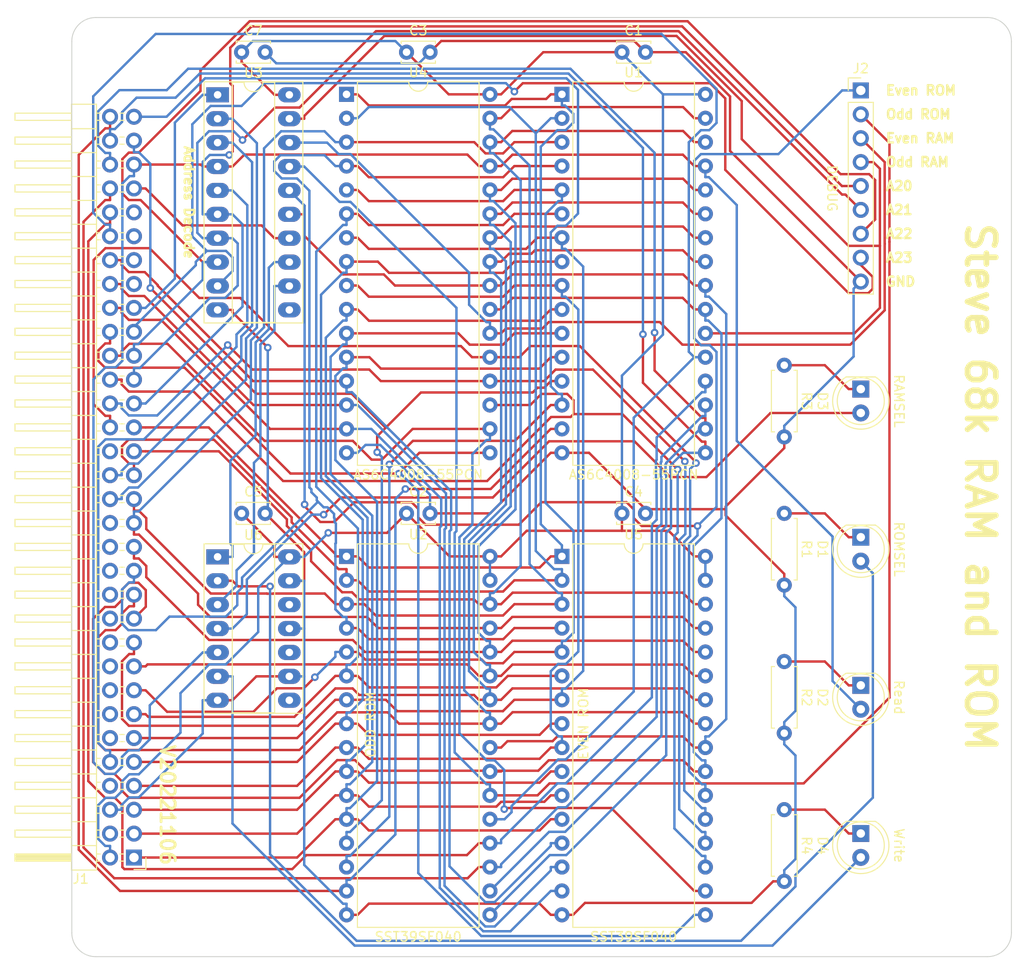
<source format=kicad_pcb>
(kicad_pcb (version 20211014) (generator pcbnew)
  (title_block (date "2022-02") (rev "1.0"))
  (layers (0 "F.Cu" signal) (31 "B.Cu" signal) (34 "B.Paste" user) (35 "F.Paste" user) (36 "B.SilkS" user "B.Silkscreen") (37 "F.SilkS" user "F.Silkscreen") (38 "B.Mask" user) (39 "F.Mask" user) (44 "Edge.Cuts" user))
  (net 0 "")
  (net 1 "GND")
  (net 2 "/A1")
  (net 3 "/A2")
  (net 4 "/A3")
  (net 5 "/A4")
  (net 6 "/A5")
  (net 7 "/A6")
  (net 8 "/A7")
  (net 9 "/A8")
  (net 10 "/A9")
  (net 11 "/A10")
  (net 12 "/A11")
  (net 13 "/A12")
  (net 14 "/A13")
  (net 15 "/A14")
  (net 16 "/A15")
  (net 17 "/A16")
  (net 18 "/A17")
  (net 19 "/A18")
  (net 20 "/A19")
  (net 21 "/A20")
  (net 22 "/A21")
  (net 23 "/A22")
  (net 24 "/A23")
  (net 25 "/~{AS}")
  (net 26 "/~{BERR}")
  (net 27 "/~{IRQ3}")
  (net 28 "/~{IRQ5}")
  (net 29 "/CLK")
  (net 30 "/D0")
  (net 31 "/D1")
  (net 32 "/D2")
  (net 33 "/D3")
  (net 34 "/D4")
  (net 35 "/D5")
  (net 36 "/D6")
  (net 37 "/D7")
  (net 38 "/D8")
  (net 39 "/D9")
  (net 40 "/D10")
  (net 41 "/D11")
  (net 42 "/D12")
  (net 43 "/D13")
  (net 44 "/D14")
  (net 45 "/D15")
  (net 46 "/~{UDS}")
  (net 47 "/~{LDS}")
  (net 48 "/R~{W}")
  (net 49 "/~{DTACK}")
  (net 50 "/~{RESET}")
  (net 51 "/~{HALT}")
  (net 52 "/FC0")
  (net 53 "/FC1")
  (net 54 "/FC2")
  (net 55 "/~{BG}")
  (net 56 "/~{BGACK}")
  (net 57 "/~{BR}")
  (net 58 "/~{VMA}")
  (net 59 "/~{VPA}")
  (net 60 "VCC")
  (net 61 "/~{IRQ4}")
  (net 62 "/~{IRQ2}")
  (net 63 "/~{IRQ6}")
  (net 64 "/~{IACK}")
  (net 65 "/~{ODDRAMSEL}")
  (net 66 "/~{WR}")
  (net 67 "/~{ODDROMSEL}")
  (net 69 "Net-(D1-Pad1)")
  (net 70 "Net-(D1-Pad2)")
  (net 71 "/~{EVENROMSEL}")
  (net 72 "/~{EVENRAMSEL}")
  (net 73 "Net-(D2-Pad1)")
  (net 74 "Net-(D3-Pad1)")
  (net 75 "Net-(D3-Pad2)")
  (net 76 "Net-(D4-Pad1)")
  (net 77 "Net-(D4-Pad2)")
  (net 78 "/~{RAMSEL}")
  (net 79 "/~{ROMSEL}")
  (footprint "MountingHole:MountingHole_3.2mm_M3" (layer "F.Cu") (at 192.532 50.419)
    (fp_text reference "H1" hide)
    (fp_text value "MountingHole")
  )
  (footprint "MountingHole:MountingHole_3.2mm_M3" (layer "F.Cu") (at 192.532 142.621)
    (fp_text reference "H2" hide)
    (fp_text value "MountingHole")
  )
  (footprint "MountingHole:MountingHole_3.2mm_M3" (layer "F.Cu") (at 106.172 50.419)
    (fp_text reference "H3" hide)
    (fp_text value "MountingHole")
  )
  (footprint "MountingHole:MountingHole_3.2mm_M3" (layer "F.Cu") (at 106.172 142.621)
    (fp_text reference "H4" hide)
    (fp_text value "MountingHole")
  )
  (footprint "Resistor_THT:R_Axial_DIN0207_L6.3mm_D2.5mm_P7.62mm_Horizontal" (layer "F.Cu") (at 172.212 83.566 -90)
    (fp_text reference "R3")
    (fp_text value "330")
  )
  (footprint "Resistor_THT:R_Axial_DIN0207_L6.3mm_D2.5mm_P7.62mm_Horizontal" (layer "F.Cu") (at 172.212 99.3123 -90)
    (fp_text reference "R1")
    (fp_text value "330")
  )
  (footprint "Capacitor_THT:C_Disc_D3.4mm_W2.1mm_P2.50mm" (layer "F.Cu") (at 114.559 50.292)
    (fp_text reference "C7")
    (fp_text value ".1uF")
  )
  (footprint "Capacitor_THT:C_Disc_D3.4mm_W2.1mm_P2.50mm" (layer "F.Cu") (at 114.559 99.314)
    (fp_text reference "C5")
    (fp_text value ".1uF")
  )
  (footprint "Package_DIP:DIP-32_W15.24mm" (layer "F.Cu") (at 125.705 103.886)
    (fp_text reference "U2")
    (fp_text value "SST39SF040")
  )
  (footprint "Connector_PinHeader_2.54mm:PinHeader_1x09_P2.54mm_Vertical" (layer "F.Cu") (at 180.34 54.356)
    (fp_text reference "J2")
    (fp_text value "DEBUG")
  )
  (footprint "Capacitor_THT:C_Disc_D3.4mm_W2.1mm_P2.50mm" (layer "F.Cu") (at 132.08 99.314)
    (fp_text reference "C2")
    (fp_text value ".1uF")
  )
  (footprint "Capacitor_THT:C_Disc_D3.4mm_W2.1mm_P2.50mm" (layer "F.Cu") (at 154.965 50.292)
    (fp_text reference "C1")
    (fp_text value ".1uF")
  )
  (footprint "LED_THT:LED_D5.0mm" (layer "F.Cu") (at 180.34 133.34 -90)
    (fp_text reference "D4")
    (fp_text value "Write")
  )
  (footprint "LED_THT:LED_D5.0mm" (layer "F.Cu") (at 180.34 86.101 -90)
    (fp_text reference "D3")
    (fp_text value "RAMSEL")
  )
  (footprint "Capacitor_THT:C_Disc_D3.4mm_W2.1mm_P2.50mm" (layer "F.Cu") (at 154.965 99.314)
    (fp_text reference "C4")
    (fp_text value ".1uF")
  )
  (footprint "Capacitor_THT:C_Disc_D3.4mm_W2.1mm_P2.50mm" (layer "F.Cu") (at 132.08 50.292)
    (fp_text reference "C3")
    (fp_text value ".1uF")
  )
  (footprint "LED_THT:LED_D5.0mm" (layer "F.Cu") (at 180.34 117.5937 -90)
    (fp_text reference "D2")
    (fp_text value "Read")
  )
  (footprint "Resistor_THT:R_Axial_DIN0207_L6.3mm_D2.5mm_P7.62mm_Horizontal" (layer "F.Cu") (at 172.212 115.0587 -90)
    (fp_text reference "R2")
    (fp_text value "330")
  )
  (footprint "Package_DIP:DIP-32_W15.24mm" (layer "F.Cu") (at 125.705 54.774)
    (fp_text reference "U4")
    (fp_text value "AS6C4008-55PCN")
  )
  (footprint "Package_DIP:DIP-14_W7.62mm_Socket_LongPads" (layer "F.Cu") (at 112.009 103.936)
    (fp_text reference "U6")
    (fp_text value "74HC04")
  )
  (footprint "Package_DIP:DIP-20_W7.62mm_Socket_LongPads" (layer "F.Cu") (at 112.009 54.824)
    (fp_text reference "U3")
    (fp_text value "GAL16V8")
  )
  (footprint "LED_THT:LED_D5.0mm" (layer "F.Cu") (at 180.34 101.8473 -90)
    (fp_text reference "D1")
    (fp_text value "ROMSEL")
  )
  (footprint "Resistor_THT:R_Axial_DIN0207_L6.3mm_D2.5mm_P7.62mm_Horizontal" (layer "F.Cu") (at 172.212 130.805 -90)
    (fp_text reference "R4")
    (fp_text value "330")
  )
  (footprint "Connector_PinHeader_2.54mm:PinHeader_2x32_P2.54mm_Horizontal" (layer "F.Cu") (at 103.124 135.895 180)
    (fp_text reference "J1")
    (fp_text value "Conn_02x32_Odd_Even")
  )
  (footprint "Package_DIP:DIP-32_W15.24mm" (layer "F.Cu") (at 148.59 103.886)
    (fp_text reference "U5")
    (fp_text value "SST39SF040")
  )
  (footprint "Package_DIP:DIP-32_W15.24mm" (layer "F.Cu") (at 148.59 54.774)
    (fp_text reference "U1")
    (fp_text value "AS6C4008-55PCN")
  )
  (gr_arc (start 196.342 143.891) (mid 195.598051 145.687051) (end 193.802 146.431) (layer "Edge.Cuts") (width 0.1))
  (gr_line (start 193.802 46.609) (end 99.06 46.609) (layer "Edge.Cuts") (width 0.1))
  (gr_arc (start 193.802 46.609) (mid 195.598051 47.352949) (end 196.342 49.149) (layer "Edge.Cuts") (width 0.1))
  (gr_line (start 196.342 143.891) (end 196.342 49.149) (layer "Edge.Cuts") (width 0.1))
  (gr_line (start 99.06 146.431) (end 193.802 146.431) (layer "Edge.Cuts") (width 0.1))
  (gr_arc (start 96.52 49.149) (mid 97.263949 47.352949) (end 99.06 46.609) (layer "Edge.Cuts") (width 0.1))
  (gr_line (start 96.52 49.149) (end 96.52 143.891) (layer "Edge.Cuts") (width 0.1))
  (gr_arc (start 99.06 146.431) (mid 97.263949 145.687051) (end 96.52 143.891) (layer "Edge.Cuts") (width 0.1))
  (gr_text "Even ROM" (at 182.88 54.356) (layer "F.SilkS") (effects (font (size 1 1) (thickness 0.25)) (justify left)))
  (gr_text "ODD ROM" (at 128.265 121.756 90) (layer "F.SilkS") (effects (font (size 1 1))))
  (gr_text "Odd ROM" (at 182.88 56.896) (layer "F.SilkS") (effects (font (size 1 1) (thickness 0.25)) (justify left)))
  (gr_text "A23\n" (at 182.88 72.136) (layer "F.SilkS") (effects (font (size 1 1) (thickness 0.25)) (justify left)))
  (gr_text "A21" (at 182.88 67.056) (layer "F.SilkS") (effects (font (size 1 1) (thickness 0.25)) (justify left)))
  (gr_text "V20221106" (at 106.68 130.302 270) (layer "F.SilkS") (effects (font (size 1.5 1.5) (thickness 0.3))))
  (gr_text "GND" (at 182.88 74.676) (layer "F.SilkS") (effects (font (size 1 1) (thickness 0.25)) (justify left)))
  (gr_text "A22" (at 182.88 69.596) (layer "F.SilkS") (effects (font (size 1 1) (thickness 0.25)) (justify left)))
  (gr_text "Even RAM" (at 182.88 59.436) (layer "F.SilkS") (effects (font (size 1 1) (thickness 0.25)) (justify left)))
  (gr_text "Address Decode" (at 108.966 66.249 270) (layer "F.SilkS") (effects (font (size 1 1) (thickness 0.25))))
  (gr_text "A20" (at 182.88 64.516) (layer "F.SilkS") (effects (font (size 1 1) (thickness 0.25)) (justify left)))
  (gr_text "Odd RAM" (at 182.88 61.976) (layer "F.SilkS") (effects (font (size 1 1) (thickness 0.25)) (justify left)))
  (gr_text "EVEN ROM" (at 150.876 121.666 90) (layer "F.SilkS") (effects (font (size 1 1))))
  (gr_text "Steve 68k RAM and ROM" (at 193.04 96.52 270) (layer "F.SilkS") (effects (font (size 3 3) (thickness 0.6))))
  (segment (start 113.5903 77.684) (end 113.5903 77.9416) (width 0.254) (layer "F.Cu") (net 1))
  (segment (start 151.0413 140.716) (end 149.7713 141.986) (width 0.254) (layer "F.Cu") (net 1))
  (segment (start 119.629 116.636) (end 116.1303 116.636) (width 0.254) (layer "F.Cu") (net 1))
  (segment (start 119.629 106.476) (end 121.2103 106.476) (width 0.254) (layer "F.Cu") (net 1))
  (segment (start 148.59 92.874) (end 147.4087 92.874) (width 0.254) (layer "F.Cu") (net 1))
  (segment (start 113.5903 77.9416) (end 117.3398 81.6911) (width 0.254) (layer "F.Cu") (net 1))
  (segment (start 148.59 141.986) (end 147.4087 141.986) (width 0.254) (layer "F.Cu") (net 1))
  (segment (start 146.2181 140.7954) (end 128.0769 140.7954) (width 0.254) (layer "F.Cu") (net 1))
  (segment (start 147.4087 141.986) (end 146.2181 140.7954) (width 0.254) (layer "F.Cu") (net 1))
  (segment (start 172.212 138.425) (end 171.0307 138.425) (width 0.254) (layer "F.Cu") (net 1))
  (segment (start 179.1163 73.4547) (end 166.4527 60.7911) (width 0.254) (layer "F.Cu") (net 1))
  (segment (start 165.9835 99.5225) (end 165.9835 98.8687) (width 0.254) (layer "F.Cu") (net 1))
  (segment (start 157.465 98.8687) (end 165.9835 98.8687) (width 0.254) (layer "F.Cu") (net 1))
  (segment (start 147.4087 92.874) (end 140.9687 99.314) (width 0.254) (layer "F.Cu") (net 1))
  (segment (start 166.4527 60.7911) (end 166.4527 54.9991) (width 0.254) (layer "F.Cu") (net 1))
  (segment (start 166.4527 54.9991) (end 161.7456 50.292) (width 0.254) (layer "F.Cu") (net 1))
  (segment (start 161.7456 50.292) (end 157.465 50.292) (width 0.254) (layer "F.Cu") (net 1))
  (segment (start 151.4703 92.874) (end 157.465 98.8687) (width 0.254) (layer "F.Cu") (net 1))
  (segment (start 121.2103 103.4466) (end 117.0777 99.314) (width 0.254) (layer "F.Cu") (net 1))
  (segment (start 121.2103 106.476) (end 121.2103 103.4466) (width 0.254) (layer "F.Cu") (net 1))
  (segment (start 128.0769 140.7954) (end 126.8863 141.986) (width 0.254) (layer "F.Cu") (net 1))
  (segment (start 172.212 106.9323) (end 172.212 105.751) (width 0.254) (layer "F.Cu") (net 1))
  (segment (start 179.1187 73.4547) (end 179.1163 73.4547) (width 0.254) (layer "F.Cu") (net 1))
  (segment (start 165.9835 98.5958) (end 172.212 92.3673) (width 0.254) (layer "F.Cu") (net 1))
  (segment (start 165.9835 98.8687) (end 165.9835 98.5958) (width 0.254) (layer "F.Cu") (net 1))
  (segment (start 172.212 105.751) (end 165.9835 99.5225) (width 0.254) (layer "F.Cu") (net 1))
  (segment (start 148.59 92.874) (end 151.4703 92.874) (width 0.254) (layer "F.Cu") (net 1))
  (segment (start 172.212 91.186) (end 172.212 92.3673) (width 0.254) (layer "F.Cu") (net 1))
  (segment (start 180.34 74.676) (end 179.1187 73.4547) (width 0.254) (layer "F.Cu") (net 1))
  (segment (start 117.0777 99.314) (end 117.059 99.314) (width 0.254) (layer "F.Cu") (net 1))
  (segment (start 157.465 98.8687) (end 157.465 99.314) (width 0.254) (layer "F.Cu") (net 1))
  (segment (start 112.009 77.684) (end 113.5903 77.684) (width 0.254) (layer "F.Cu") (net 1))
  (segment (start 125.705 141.986) (end 126.8863 141.986) (width 0.254) (layer "F.Cu") (net 1))
  (segment (start 171.0307 138.425) (end 168.7397 140.716) (width 0.254) (layer "F.Cu") (net 1))
  (segment (start 157.465 50.292) (end 156.2733 49.1003) (width 0.254) (layer "F.Cu") (net 1))
  (segment (start 168.7397 140.716) (end 151.0413 140.716) (width 0.254) (layer "F.Cu") (net 1))
  (segment (start 116.1303 116.636) (end 113.5903 119.176) (width 0.254) (layer "F.Cu") (net 1))
  (segment (start 140.9687 99.314) (end 134.58 99.314) (width 0.254) (layer "F.Cu") (net 1))
  (segment (start 135.7717 49.1003) (end 134.58 50.292) (width 0.254) (layer "F.Cu") (net 1))
  (segment (start 156.2733 49.1003) (end 135.7717 49.1003) (width 0.254) (layer "F.Cu") (net 1))
  (segment (start 112.009 119.176) (end 113.5903 119.176) (width 0.254) (layer "F.Cu") (net 1))
  (segment (start 148.59 141.986) (end 149.7713 141.986) (width 0.254) (layer "F.Cu") (net 1))
  (via (at 117.3398 81.6911) (size 0.8) (drill 0.4) (layers "F.Cu" "B.Cu") (net 1))
  (segment (start 134.58 97.3274) (end 134.58 99.314) (width 0.254) (layer "B.Cu") (net 1))
  (segment (start 100.584 130.815) (end 101.8153 130.815) (width 0.254) (layer "B.Cu") (net 1))
  (segment (start 172.212 123.1731) (end 172.212 122.6787) (width 0.254) (layer "B.Cu") (net 1))
  (segment (start 110.4277 122.7146) (end 103.6359 129.5064) (width 0.254) (layer "B.Cu") (net 1))
  (segment (start 121.2103 106.476) (end 121.2103 111.556) (width 0.254) (layer "B.Cu") (net 1))
  (segment (start 110.4277 119.176) (end 110.4277 122.7146) (width 0.254) (layer "B.Cu") (net 1))
  (segment (start 101.8153 130.3048) (end 101.8153 130.815) (width 0.254) (layer "B.Cu") (net 1))
  (segment (start 133.3936 51.4784) (end 118.2454 51.4784) (width 0.254) (layer "B.Cu") (net 1))
  (segment (start 172.212 122.6787) (end 172.212 121.4974) (width 0.254) (layer "B.Cu") (net 1))
  (segment (start 173.4018 120.3076) (end 172.212 121.4974) (width 0.254) (layer "B.Cu") (net 1))
  (segment (start 125.3358 140.8047) (end 121.2103 136.6792) (width 0.254) (layer "B.Cu") (net 1))
  (segment (start 121.2103 116.636) (end 121.2103 111.556) (width 0.254) (layer "B.Cu") (net 1))
  (segment (start 173.4001 125.0481) (end 172.212 123.86) (width 0.254) (layer "B.Cu") (net 1))
  (segment (start 134.58 50.292) (end 133.3936 51.4784) (width 0.254) (layer "B.Cu") (net 1))
  (segment (start 173.4018 109.3034) (end 173.4018 120.3076) (width 0.254) (layer "B.Cu") (net 1))
  (segment (start 129.2843 92.0317) (end 134.58 97.3274) (width 0.254) (layer "B.Cu") (net 1))
  (segment (start 125.705 92.874) (end 126.8863 92.874) (width 0.254) (layer "B.Cu") (net 1))
  (segment (start 172.212 106.9323) (end 172.212 108.1136) (width 0.254) (layer "B.Cu") (net 1))
  (segment (start 103.6359 129.5064) (end 102.6137 129.5064) (width 0.254) (layer "B.Cu") (net 1))
  (segment (start 102.6137 129.5064) (end 101.8153 130.3048) (width 0.254) (layer "B.Cu") (net 1))
  (segment (start 172.212 90.0047) (end 179.578 82.6387) (width 0.254) (layer "B.Cu") (net 1))
  (segment (start 119.629 116.636) (end 121.0832 116.636) (width 0.254) (layer "B.Cu") (net 1))
  (segment (start 125.705 140.8047) (end 125.3358 140.8047) (width 0.254) (layer "B.Cu") (net 1))
  (segment (start 126.8863 92.874) (end 127.7286 92.0317) (width 0.254) (layer "B.Cu") (net 1))
  (segment (start 125.705 141.986) (end 125.705 140.8047) (width 0.254) (layer "B.Cu") (net 1))
  (segment (start 119.629 106.476) (end 121.2103 106.476) (width 0.254) (layer "B.Cu") (net 1))
  (segment (start 112.009 119.176) (end 110.4277 119.176) (width 0.254) (layer "B.Cu") (net 1))
  (segment (start 121.2103 136.6792) (end 121.2103 116.636) (width 0.254) (layer "B.Cu") (net 1))
  (segment (start 121.0832 116.636) (end 121.2103 116.636) (width 0.254) (layer "B.Cu") (net 1))
  (segment (start 127.7286 92.0317) (end 129.2843 92.0317) (width 0.254) (layer "B.Cu") (net 1))
  (segment (start 117.059 99.314) (end 117.3398 99.0332) (width 0.254) (layer "B.Cu") (net 1))
  (segment (start 172.212 137.2437) (end 173.4001 136.0556) (width 0.254) (layer "B.Cu") (net 1))
  (segment (start 172.212 91.186) (end 172.212 90.0047) (width 0.254) (layer "B.Cu") (net 1))
  (segment (start 172.212 123.1731) (end 172.212 123.86) (width 0.254) (layer "B.Cu") (net 1))
  (segment (start 179.578 75.438) (end 180.34 74.676) (width 0.254) (layer "B.Cu") (net 1))
  (segment (start 179.578 82.6387) (end 179.578 75.438) (width 0.254) (layer "B.Cu") (net 1))
  (segment (start 172.212 108.1136) (end 173.4018 109.3034) (width 0.254) (layer "B.Cu") (net 1))
  (segment (start 173.4001 136.0556) (end 173.4001 125.0481) (width 0.254) (layer "B.Cu") (net 1))
  (segment (start 119.629 111.556) (end 121.2103 111.556) (width 0.254) (layer "B.Cu") (net 1))
  (segment (start 117.3398 99.0332) (end 117.3398 81.6911) (width 0.254) (layer "B.Cu") (net 1))
  (segment (start 172.212 138.425) (end 172.212 137.2437) (width 0.254) (layer "B.Cu") (net 1))
  (segment (start 118.2454 51.4784) (end 117.059 50.292) (width 0.254) (layer "B.Cu") (net 1))
  (segment (start 125.1144 131.826) (end 124.5237 131.826) (width 0.254) (layer "F.Cu") (net 2))
  (segment (start 128.0751 133.0148) (end 146.2199 133.0148) (width 0.254) (layer "F.Cu") (net 2))
  (segment (start 125.1144 131.826) (end 125.705 131.826) (width 0.254) (layer "F.Cu") (net 2))
  (segment (start 129.3521 83.9255) (end 128.1406 82.714) (width 0.254) (layer "F.Cu") (net 2))
  (segment (start 125.705 131.826) (end 126.8863 131.826) (width 0.254) (layer "F.Cu") (net 2))
  (segment (start 146.1972 83.9255) (end 129.3521 83.9255) (width 0.254) (layer "F.Cu") (net 2))
  (segment (start 126.8863 131.826) (end 128.0751 133.0148) (width 0.254) (layer "F.Cu") (net 2))
  (segment (start 148.59 82.714) (end 147.4087 82.714) (width 0.254) (layer "F.Cu") (net 2))
  (segment (start 120.4547 135.895) (end 104.3553 135.895) (width 0.254) (layer "F.Cu") (net 2))
  (segment (start 147.4087 82.714) (end 146.1972 83.9255) (width 0.254) (layer "F.Cu") (net 2))
  (segment (start 103.124 135.895) (end 104.3553 135.895) (width 0.254) (layer "F.Cu") (net 2))
  (segment (start 146.2199 133.0148) (end 147.4087 131.826) (width 0.254) (layer "F.Cu") (net 2))
  (segment (start 124.5237 131.826) (end 120.4547 135.895) (width 0.254) (layer "F.Cu") (net 2))
  (segment (start 148.59 131.826) (end 147.4087 131.826) (width 0.254) (layer "F.Cu") (net 2))
  (segment (start 128.1406 82.714) (end 125.705 82.714) (width 0.254) (layer "F.Cu") (net 2))
  (segment (start 124.5237 93.6506) (end 124.5237 84.7073) (width 0.254) (layer "B.Cu") (net 2))
  (segment (start 125.705 131.826) (end 125.705 130.6447) (width 0.254) (layer "B.Cu") (net 2))
  (segment (start 124.5237 84.7073) (end 125.3357 83.8953) (width 0.254) (layer "B.Cu") (net 2))
  (segment (start 128.9492 127.7676) (end 128.9492 98.0761) (width 0.254) (layer "B.Cu") (net 2))
  (segment (start 126.0721 130.6447) (end 128.9492 127.7676) (width 0.254) (layer "B.Cu") (net 2))
  (segment (start 125.705 130.6447) (end 126.0721 130.6447) (width 0.254) (layer "B.Cu") (net 2))
  (segment (start 125.3357 83.8953) (end 125.705 83.8953) (width 0.254) (layer "B.Cu") (net 2))
  (segment (start 128.9492 98.0761) (end 124.5237 93.6506) (width 0.254) (layer "B.Cu") (net 2))
  (segment (start 125.705 82.714) (end 125.705 83.8953) (width 0.254) (layer "B.Cu") (net 2))
  (segment (start 142.3261 81.3837) (end 138.7928 81.3837) (width 0.254) (layer "F.Cu") (net 3))
  (segment (start 143.5358 80.174) (end 142.3261 81.3837) (width 0.254) (layer "F.Cu") (net 3))
  (segment (start 138.7928 81.3837) (end 137.5831 80.174) (width 0.254) (layer "F.Cu") (net 3))
  (segment (start 125.705 129.286) (end 126.8863 129.286) (width 0.254) (layer "F.Cu") (net 3))
  (segment (start 125.1144 129.286) (end 124.5237 129.286) (width 0.254) (layer "F.Cu") (net 3))
  (segment (start 146.7244 129.9703) (end 142.1358 129.9703) (width 0.254) (layer "F.Cu") (net 3))
  (segment (start 124.5237 129.286) (end 120.4547 133.355) (width 0.254) (layer "F.Cu") (net 3))
  (segment (start 142.1358 129.9703) (end 141.6232 130.4829) (width 0.254) (layer "F.Cu") (net 3))
  (segment (start 147.4087 129.286) (end 146.7244 129.9703) (width 0.254) (layer "F.Cu") (net 3))
  (segment (start 128.0832 130.4829) (end 126.8863 129.286) (width 0.254) (layer "F.Cu") (net 3))
  (segment (start 148.59 129.286) (end 147.4087 129.286) (width 0.254) (layer "F.Cu") (net 3))
  (segment (start 137.5831 80.174) (end 125.705 80.174) (width 0.254) (layer "F.Cu") (net 3))
  (segment (start 148.59 80.174) (end 143.5358 80.174) (width 0.254) (layer "F.Cu") (net 3))
  (segment (start 141.6232 130.4829) (end 128.0832 130.4829) (width 0.254) (layer "F.Cu") (net 3))
  (segment (start 120.4547 133.355) (end 103.124 133.355) (width 0.254) (layer "F.Cu") (net 3))
  (segment (start 125.1144 129.286) (end 125.705 129.286) (width 0.254) (layer "F.Cu") (net 3))
  (segment (start 126.0721 128.1047) (end 128.4409 125.7359) (width 0.254) (layer "B.Cu") (net 3))
  (segment (start 124.0153 82.6758) (end 125.3358 81.3553) (width 0.254) (layer "B.Cu") (net 3))
  (segment (start 125.705 128.1047) (end 126.0721 128.1047) (width 0.254) (layer "B.Cu") (net 3))
  (segment (start 128.4409 125.7359) (end 128.4409 99.5641) (width 0.254) (layer "B.Cu") (net 3))
  (segment (start 125.705 129.286) (end 125.705 128.1047) (width 0.254) (layer "B.Cu") (net 3))
  (segment (start 124.0153 95.1385) (end 124.0153 82.6758) (width 0.254) (layer "B.Cu") (net 3))
  (segment (start 125.705 80.174) (end 125.705 81.3553) (width 0.254) (layer "B.Cu") (net 3))
  (segment (start 128.4409 99.5641) (end 124.0153 95.1385) (width 0.254) (layer "B.Cu") (net 3))
  (segment (start 125.3358 81.3553) (end 125.705 81.3553) (width 0.254) (layer "B.Cu") (net 3))
  (segment (start 147.4087 126.746) (end 146.2181 127.9366) (width 0.254) (layer "F.Cu") (net 4))
  (segment (start 125.705 126.746) (end 126.8863 126.746) (width 0.254) (layer "F.Cu") (net 4))
  (segment (start 148.59 126.746) (end 147.4087 126.746) (width 0.254) (layer "F.Cu") (net 4))
  (segment (start 146.2181 127.9366) (end 128.0769 127.9366) (width 0.254) (layer "F.Cu") (net 4))
  (segment (start 148.59 77.634) (end 147.4087 77.634) (width 0.254) (layer "F.Cu") (net 4))
  (segment (start 128.0769 127.9366) (end 126.8863 126.746) (width 0.254) (layer "F.Cu") (net 4))
  (segment (start 146.2022 78.8405) (end 128.0928 78.8405) (width 0.254) (layer "F.Cu") (net 4))
  (segment (start 125.705 126.746) (end 124.5237 126.746) (width 0.254) (layer "F.Cu") (net 4))
  (segment (start 128.0928 78.8405) (end 126.8863 77.634) (width 0.254) (layer "F.Cu") (net 4))
  (segment (start 147.4087 77.634) (end 146.2022 78.8405) (width 0.254) (layer "F.Cu") (net 4))
  (segment (start 120.4547 130.815) (end 103.124 130.815) (width 0.254) (layer "F.Cu") (net 4))
  (segment (start 125.705 77.634) (end 126.8863 77.634) (width 0.254) (layer "F.Cu") (net 4))
  (segment (start 124.5237 126.746) (end 120.4547 130.815) (width 0.254) (layer "F.Cu") (net 4))
  (segment (start 127.9325 123.7043) (end 127.9325 99.7747) (width 0.254) (layer "B.Cu") (net 4))
  (segment (start 127.9325 99.7747) (end 123.5069 95.3491) (width 0.254) (layer "B.Cu") (net 4))
  (segment (start 125.3358 78.8153) (end 125.705 78.8153) (width 0.254) (layer "B.Cu") (net 4))
  (segment (start 123.5069 95.3491) (end 123.5069 80.6442) (width 0.254) (layer "B.Cu") (net 4))
  (segment (start 125.705 125.5647) (end 126.0721 125.5647) (width 0.254) (layer "B.Cu") (net 4))
  (segment (start 126.0721 125.5647) (end 127.9325 123.7043) (width 0.254) (layer "B.Cu") (net 4))
  (segment (start 125.705 126.746) (end 125.705 125.5647) (width 0.254) (layer "B.Cu") (net 4))
  (segment (start 125.705 77.634) (end 125.705 78.8153) (width 0.254) (layer "B.Cu") (net 4))
  (segment (start 123.5069 80.6442) (end 125.3358 78.8153) (width 0.254) (layer "B.Cu") (net 4))
  (segment (start 148.59 124.206) (end 147.4087 124.206) (width 0.254) (layer "F.Cu") (net 5))
  (segment (start 125.705 75.094) (end 126.8863 75.094) (width 0.254) (layer "F.Cu") (net 5))
  (segment (start 125.705 124.206) (end 126.8863 124.206) (width 0.254) (layer "F.Cu") (net 5))
  (segment (start 128.0769 76.2846) (end 126.8863 75.094) (width 0.254) (layer "F.Cu") (net 5))
  (segment (start 147.4087 124.206) (end 146.2181 125.3966) (width 0.254) (layer "F.Cu") (net 5))
  (segment (start 120.4547 128.275) (end 103.124 128.275) (width 0.254) (layer "F.Cu") (net 5))
  (segment (start 148.59 75.094) (end 147.4087 75.094) (width 0.254) (layer "F.Cu") (net 5))
  (segment (start 146.2181 125.3966) (end 128.0769 125.3966) (width 0.254) (layer "F.Cu") (net 5))
  (segment (start 124.5237 124.206) (end 120.4547 128.275) (width 0.254) (layer "F.Cu") (net 5))
  (segment (start 125.705 124.206) (end 124.5237 124.206) (width 0.254) (layer "F.Cu") (net 5))
  (segment (start 142.3452 76.2846) (end 128.0769 76.2846) (width 0.254) (layer "F.Cu") (net 5))
  (segment (start 143.5358 75.094) (end 142.3452 76.2846) (width 0.254) (layer "F.Cu") (net 5))
  (segment (start 128.0769 125.3966) (end 126.8863 124.206) (width 0.254) (layer "F.Cu") (net 5))
  (segment (start 147.4087 75.094) (end 143.5358 75.094) (width 0.254) (layer "F.Cu") (net 5))
  (segment (start 147.4032 116.1) (end 147.4032 122.205) (width 0.254) (layer "B.Cu") (net 5))
  (segment (start 149.0138 115.316) (end 148.1872 115.316) (width 0.254) (layer "B.Cu") (net 5))
  (segment (start 148.2229 123.0247) (end 148.59 123.0247) (width 0.254) (layer "B.Cu") (net 5))
  (segment (start 148.59 75.094) (end 148.59 76.2753) (width 0.254) (layer "B.Cu") (net 5))
  (segment (start 148.59 124.206) (end 148.59 123.0247) (width 0.254) (layer "B.Cu") (net 5))
  (segment (start 148.59 76.2753) (end 148.9592 76.2753) (width 0.254) (layer "B.Cu") (net 5))
  (segment (start 150.333 113.9968) (end 149.0138 115.316) (width 0.254) (layer "B.Cu") (net 5))
  (segment (start 148.9592 76.2753) (end 150.333 77.6491) (width 0.254) (layer "B.Cu") (net 5))
  (segment (start 148.1872 115.316) (end 147.4032 116.1) (width 0.254) (layer "B.Cu") (net 5))
  (segment (start 150.333 77.6491) (end 150.333 113.9968) (width 0.254) (layer "B.Cu") (net 5))
  (segment (start 147.4032 122.205) (end 148.2229 123.0247) (width 0.254) (layer "B.Cu") (net 5))
  (segment (start 128.0715 122.8512) (end 126.8863 121.666) (width 0.254) (layer "F.Cu") (net 6))
  (segment (start 125.705 121.666) (end 126.8863 121.666) (width 0.254) (layer "F.Cu") (net 6))
  (segment (start 146.2235 122.8512) (end 128.0715 122.8512) (width 0.254) (layer "F.Cu") (net 6))
  (segment (start 125.705 121.666) (end 124.5237 121.666) (width 0.254) (layer "F.Cu") (net 6))
  (segment (start 130.222 73.7459) (end 129.0301 72.554) (width 0.254) (layer "F.Cu") (net 6))
  (segment (start 103.124 125.735) (end 120.4547 125.735) (width 0.254) (layer "F.Cu") (net 6))
  (segment (start 147.4087 121.666) (end 146.2235 122.8512) (width 0.254) (layer "F.Cu") (net 6))
  (segment (start 143.5358 72.554) (end 142.3439 73.7459) (width 0.254) (layer "F.Cu") (net 6))
  (segment (start 148.59 121.666) (end 147.4087 121.666) (width 0.254) (layer "F.Cu") (net 6))
  (segment (start 129.0301 72.554) (end 125.705 72.554) (width 0.254) (layer "F.Cu") (net 6))
  (segment (start 142.3439 73.7459) (end 130.222 73.7459) (width 0.254) (layer "F.Cu") (net 6))
  (segment (start 120.4547 125.735) (end 124.5237 121.666) (width 0.254) (layer "F.Cu") (net 6))
  (segment (start 148.59 72.554) (end 143.5358 72.554) (width 0.254) (layer "F.Cu") (net 6))
  (segment (start 125.3358 73.7353) (end 125.705 73.7353) (width 0.254) (layer "B.Cu") (net 6))
  (segment (start 122.9985 95.5597) (end 122.9985 76.0726) (width 0.254) (layer "B.Cu") (net 6))
  (segment (start 127.4241 99.9853) (end 122.9985 95.5597) (width 0.254) (layer "B.Cu") (net 6))
  (segment (start 125.705 120.4847) (end 126.0721 120.4847) (width 0.254) (layer "B.Cu") (net 6))
  (segment (start 125.705 121.666) (end 125.705 120.4847) (width 0.254) (layer "B.Cu") (net 6))
  (segment (start 127.4241 119.1327) (end 127.4241 99.9853) (width 0.254) (layer "B.Cu") (net 6))
  (segment (start 126.0721 120.4847) (end 127.4241 119.1327) (width 0.254) (layer "B.Cu") (net 6))
  (segment (start 125.705 72.554) (end 125.705 73.7353) (width 0.254) (layer "B.Cu") (net 6))
  (segment (start 122.9985 76.0726) (end 125.3358 73.7353) (width 0.254) (layer "B.Cu") (net 6))
  (segment (start 142.3236 120.3382) (end 143.5358 119.126) (width 0.254) (layer "F.Cu") (net 7))
  (segment (start 148.59 70.014) (end 147.4087 70.014) (width 0.254) (layer "F.Cu") (net 7))
  (segment (start 126.8863 119.126) (end 129.8827 119.126) (width 0.254) (layer "F.Cu") (net 7))
  (segment (start 124.5237 119.126) (end 120.4547 123.195) (width 0.254) (layer "F.Cu") (net 7))
  (segment (start 128.0718 71.1995) (end 126.8863 70.014) (width 0.254) (layer "F.Cu") (net 7))
  (segment (start 144.7858 71.1995) (end 128.0718 71.1995) (width 0.254) (layer "F.Cu") (net 7))
  (segment (start 125.705 119.126) (end 126.8863 119.126) (width 0.254) (layer "F.Cu") (net 7))
  (segment (start 129.8827 119.126) (end 131.0949 120.3382) (width 0.254) (layer "F.Cu") (net 7))
  (segment (start 125.1144 119.126) (end 125.705 119.126) (width 0.254) (layer "F.Cu") (net 7))
  (segment (start 125.705 70.014) (end 126.8863 70.014) (width 0.254) (layer "F.Cu") (net 7))
  (segment (start 120.4547 123.195) (end 103.124 123.195) (width 0.254) (layer "F.Cu") (net 7))
  (segment (start 145.9713 70.014) (end 144.7858 71.1995) (width 0.254) (layer "F.Cu") (net 7))
  (segment (start 147.4087 70.014) (end 145.9713 70.014) (width 0.254) (layer "F.Cu") (net 7))
  (segment (start 131.0949 120.3382) (end 142.3236 120.3382) (width 0.254) (layer "F.Cu") (net 7))
  (segment (start 125.1144 119.126) (end 124.5237 119.126) (width 0.254) (layer "F.Cu") (net 7))
  (segment (start 143.5358 119.126) (end 148.59 119.126) (width 0.254) (layer "F.Cu") (net 7))
  (segment (start 148.59 71.1953) (end 148.9592 71.1953) (width 0.254) (layer "B.Cu") (net 7))
  (segment (start 150.8481 73.0842) (end 150.8481 116.0537) (width 0.254) (layer "B.Cu") (net 7))
  (segment (start 148.9571 117.9447) (end 148.59 117.9447) (width 0.254) (layer "B.Cu") (net 7))
  (segment (start 150.8481 116.0537) (end 148.9571 117.9447) (width 0.254) (layer "B.Cu") (net 7))
  (segment (start 148.59 70.014) (end 148.59 71.1953) (width 0.254) (layer "B.Cu") (net 7))
  (segment (start 148.9592 71.1953) (end 150.8481 73.0842) (width 0.254) (layer "B.Cu") (net 7))
  (segment (start 148.59 119.126) (end 148.59 117.9447) (width 0.254) (layer "B.Cu") (net 7))
  (segment (start 125.705 116.586) (end 126.8863 116.586) (width 0.254) (layer "F.Cu") (net 8))
  (segment (start 128.1115 117.8112) (end 141.6201 117.8112) (width 0.254) (layer "F.Cu") (net 8))
  (segment (start 143.5358 67.474) (end 142.347 68.6628) (width 0.254) (layer "F.Cu") (net 8))
  (segment (start 125.4552 116.586) (end 124.5237 116.586) (width 0.254) (layer "F.Cu") (net 8))
  (segment (start 142.8453 116.586) (end 148.59 116.586) (width 0.254) (layer "F.Cu") (net 8))
  (segment (start 126.8863 116.586) (end 128.1115 117.8112) (width 0.254) (layer "F.Cu") (net 8))
  (segment (start 120.1698 120.9399) (end 104.6402 120.9399) (width 0.254) (layer "F.Cu") (net 8))
  (segment (start 104.6402 120.9399) (end 104.3553 120.655) (width 0.254) (layer "F.Cu") (net 8))
  (segment (start 148.59 67.474) (end 143.5358 67.474) (width 0.254) (layer "F.Cu") (net 8))
  (segment (start 125.705 67.474) (end 126.8863 67.474) (width 0.254) (layer "F.Cu") (net 8))
  (segment (start 141.6201 117.8112) (end 142.8453 116.586) (width 0.254) (layer "F.Cu") (net 8))
  (segment (start 128.0751 68.6628) (end 126.8863 67.474) (width 0.254) (layer "F.Cu") (net 8))
  (segment (start 142.347 68.6628) (end 128.0751 68.6628) (width 0.254) (layer "F.Cu") (net 8))
  (segment (start 124.5237 116.586) (end 120.1698 120.9399) (width 0.254) (layer "F.Cu") (net 8))
  (segment (start 125.4552 116.586) (end 125.705 116.586) (width 0.254) (layer "F.Cu") (net 8))
  (segment (start 103.124 120.655) (end 104.3553 120.655) (width 0.254) (layer "F.Cu") (net 8))
  (segment (start 122.4901 71.501) (end 122.4901 96.489) (width 0.254) (layer "B.Cu") (net 8))
  (segment (start 122.4901 96.489) (end 126.9157 100.9146) (width 0.254) (layer "B.Cu") (net 8))
  (segment (start 125.705 116.586) (end 125.705 115.4047) (width 0.254) (layer "B.Cu") (net 8))
  (segment (start 126.0721 115.4047) (end 125.705 115.4047) (width 0.254) (layer "B.Cu") (net 8))
  (segment (start 126.9157 100.9146) (end 126.9157 114.5611) (width 0.254) (layer "B.Cu") (net 8))
  (segment (start 125.3358 68.6553) (end 122.4901 71.501) (width 0.254) (layer "B.Cu") (net 8))
  (segment (start 125.705 67.474) (end 125.705 68.6553) (width 0.254) (layer "B.Cu") (net 8))
  (segment (start 125.705 68.6553) (end 125.3358 68.6553) (width 0.254) (layer "B.Cu") (net 8))
  (segment (start 126.9157 114.5611) (end 126.0721 115.4047) (width 0.254) (layer "B.Cu") (net 8))
  (segment (start 106.6412 120.4009) (end 104.3553 118.115) (width 0.254) (layer "F.Cu") (net 9))
  (segment (start 143.5358 64.934) (end 142.347 66.1228) (width 0.254) (layer "F.Cu") (net 9))
  (segment (start 125.705 64.934) (end 126.8863 64.934) (width 0.254) (layer "F.Cu") (net 9))
  (segment (start 148.59 114.046) (end 143.5358 114.046) (width 0.254) (layer "F.Cu") (net 9))
  (segment (start 143.5358 114.046) (end 142.3409 115.2409) (width 0.254) (layer "F.Cu") (net 9))
  (segment (start 122.3432 116.7258) (end 121.163 117.906) (width 0.254) (layer "F.Cu") (net 9))
  (segment (start 140.4692 115.2409) (end 140.0859 114.8576) (width 0.254) (layer "F.Cu") (net 9))
  (segment (start 127.6979 114.8576) (end 126.8863 114.046) (width 0.254) (layer "F.Cu") (net 9))
  (segment (start 142.347 66.1228) (end 128.0751 66.1228) (width 0.254) (layer "F.Cu") (net 9))
  (segment (start 140.0859 114.8576) (end 127.6979 114.8576) (width 0.254) (layer "F.Cu") (net 9))
  (segment (start 128.0751 66.1228) (end 126.8863 64.934) (width 0.254) (layer "F.Cu") (net 9))
  (segment (start 148.59 64.934) (end 143.5358 64.934) (width 0.254) (layer "F.Cu") (net 9))
  (segment (start 118.314 117.906) (end 115.8191 120.4009) (width 0.254) (layer "F.Cu") (net 9))
  (segment (start 115.8191 120.4009) (end 106.6412 120.4009) (width 0.254) (layer "F.Cu") (net 9))
  (segment (start 142.3409 115.2409) (end 140.4692 115.2409) (width 0.254) (layer "F.Cu") (net 9))
  (segment (start 121.163 117.906) (end 118.314 117.906) (width 0.254) (layer "F.Cu") (net 9))
  (segment (start 103.124 118.115) (end 104.3553 118.115) (width 0.254) (layer "F.Cu") (net 9))
  (segment (start 125.705 114.046) (end 126.8863 114.046) (width 0.254) (layer "F.Cu") (net 9))
  (via (at 122.3432 116.7258) (size 0.8) (drill 0.4) (layers "F.Cu" "B.Cu") (net 9))
  (segment (start 148.2208 66.1153) (end 146.8505 67.4856) (width 0.254) (layer "B.Cu") (net 9))
  (segment (start 148.59 114.046) (end 148.59 112.8647) (width 0.254) (layer "B.Cu") (net 9))
  (segment (start 125.705 114.046) (end 124.5237 114.046) (width 0.254) (layer "B.Cu") (net 9))
  (segment (start 124.5237 114.046) (end 124.5237 114.5453) (width 0.254) (layer "B.Cu") (net 9))
  (segment (start 149.8246 101.1784) (end 149.8246 111.9972) (width 0.254) (layer "B.Cu") (net 9))
  (segment (start 146.8505 98.2043) (end 149.8246 101.1784) (width 0.254) (layer "B.Cu") (net 9))
  (segment (start 124.5237 114.5453) (end 122.3432 116.7258) (width 0.254) (layer "B.Cu") (net 9))
  (segment (start 148.9571 112.8647) (end 148.59 112.8647) (width 0.254) (layer "B.Cu") (net 9))
  (segment (start 146.8505 67.4856) (end 146.8505 98.2043) (width 0.254) (layer "B.Cu") (net 9))
  (segment (start 149.8246 111.9972) (end 148.9571 112.8647) (width 0.254) (layer "B.Cu") (net 9))
  (segment (start 148.59 66.1153) (end 148.2208 66.1153) (width 0.254) (layer "B.Cu") (net 9))
  (segment (start 148.59 64.934) (end 148.59 66.1153) (width 0.254) (layer "B.Cu") (net 9))
  (segment (start 143.3255 115.3868) (end 161.4495 115.3868) (width 0.254) (layer "F.Cu") (net 10))
  (segment (start 104.5643 115.366) (end 104.3553 115.575) (width 0.254) (layer "F.Cu") (net 10))
  (segment (start 140.945 116.586) (end 139.7637 116.586) (width 0.254) (layer "F.Cu") (net 10))
  (segment (start 142.1263 116.586) (end 143.3255 115.3868) (width 0.254) (layer "F.Cu") (net 10))
  (segment (start 161.4495 115.3868) (end 162.6487 116.586) (width 0.254) (layer "F.Cu") (net 10))
  (segment (start 103.124 115.575) (end 104.3553 115.575) (width 0.254) (layer "F.Cu") (net 10))
  (segment (start 140.945 67.474) (end 142.1263 67.474) (width 0.254) (layer "F.Cu") (net 10))
  (segment (start 141.5357 116.586) (end 142.1263 116.586) (width 0.254) (layer "F.Cu") (net 10))
  (segment (start 143.3328 66.2675) (end 142.1263 67.474) (width 0.254) (layer "F.Cu") (net 10))
  (segment (start 162.6487 67.474) (end 161.4422 66.2675) (width 0.254) (layer "F.Cu") (net 10))
  (segment (start 138.5437 115.366) (end 104.5643 115.366) (width 0.254) (layer "F.Cu") (net 10))
  (segment (start 163.83 67.474) (end 162.6487 67.474) (width 0.254) (layer "F.Cu") (net 10))
  (segment (start 161.4422 66.2675) (end 143.3328 66.2675) (width 0.254) (layer "F.Cu") (net 10))
  (segment (start 139.7637 116.586) (end 138.5437 115.366) (width 0.254) (layer "F.Cu") (net 10))
  (segment (start 163.83 116.586) (end 162.6487 116.586) (width 0.254) (layer "F.Cu") (net 10))
  (segment (start 141.5357 116.586) (end 140.945 116.586) (width 0.254) (layer "F.Cu") (net 10))
  (segment (start 141.3142 68.6553) (end 143.1485 70.4896) (width 0.254) (layer "B.Cu") (net 10))
  (segment (start 139.2267 114.0535) (end 140.5779 115.4047) (width 0.254) (layer "B.Cu") (net 10))
  (segment (start 139.2267 102.4935) (end 139.2267 114.0535) (width 0.254) (layer "B.Cu") (net 10))
  (segment (start 140.945 116.586) (end 140.945 115.4047) (width 0.254) (layer "B.Cu") (net 10))
  (segment (start 140.945 67.474) (end 140.945 68.6553) (width 0.254) (layer "B.Cu") (net 10))
  (segment (start 143.1485 98.5717) (end 139.2267 102.4935) (width 0.254) (layer "B.Cu") (net 10))
  (segment (start 140.5779 115.4047) (end 140.945 115.4047) (width 0.254) (layer "B.Cu") (net 10))
  (segment (start 140.945 68.6553) (end 141.3142 68.6553) (width 0.254) (layer "B.Cu") (net 10))
  (segment (start 143.1485 70.4896) (end 143.1485 98.5717) (width 0.254) (layer "B.Cu") (net 10))
  (segment (start 162.6487 70.014) (end 161.4581 68.8234) (width 0.254) (layer "F.Cu") (net 11))
  (segment (start 142.1263 119.126) (end 143.3328 117.9195) (width 0.254) (layer "F.Cu") (net 11))
  (segment (start 161.4422 117.9195) (end 162.6487 119.126) (width 0.254) (layer "F.Cu") (net 11))
  (segment (start 139.2553 118.6176) (end 127.0508 118.6176) (width 0.254) (layer "F.Cu") (net 11))
  (segment (start 139.7637 119.126) (end 139.2553 118.6176) (width 0.254) (layer "F.Cu") (net 11))
  (segment (start 120.5581 121.8864) (end 102.5805 121.8864) (width 0.254) (layer "F.Cu") (net 11))
  (segment (start 103.124 113.035) (end 103.124 114.2663) (width 0.254) (layer "F.Cu") (net 11))
  (segment (start 101.854 121.1599) (end 101.854 115.0261) (width 0.254) (layer "F.Cu") (net 11))
  (segment (start 163.83 119.126) (end 162.6487 119.126) (width 0.254) (layer "F.Cu") (net 11))
  (segment (start 102.6138 114.2663) (end 103.124 114.2663) (width 0.254) (layer "F.Cu") (net 11))
  (segment (start 143.3169 68.8234) (end 142.1263 70.014) (width 0.254) (layer "F.Cu") (net 11))
  (segment (start 161.4581 68.8234) (end 143.3169 68.8234) (width 0.254) (layer "F.Cu") (net 11))
  (segment (start 140.945 119.126) (end 139.7637 119.126) (width 0.254) (layer "F.Cu") (net 11))
  (segment (start 126.3541 117.9209) (end 124.5236 117.9209) (width 0.254) (layer "F.Cu") (net 11))
  (segment (start 140.945 70.014) (end 142.1263 70.014) (width 0.254) (layer "F.Cu") (net 11))
  (segment (start 141.4447 119.126) (end 142.1263 119.126) (width 0.254) (layer "F.Cu") (net 11))
  (segment (start 124.5236 117.9209) (end 120.5581 121.8864) (width 0.254) (layer "F.Cu") (net 11))
  (segment (start 102.5805 121.8864) (end 101.854 121.1599) (width 0.254) (layer "F.Cu") (net 11))
  (segment (start 141.4447 119.126) (end 140.945 119.126) (width 0.254) (layer "F.Cu") (net 11))
  (segment (start 163.83 70.014) (end 162.6487 70.014) (width 0.254) (layer "F.Cu") (net 11))
  (segment (start 143.3328 117.9195) (end 161.4422 117.9195) (width 0.254) (layer "F.Cu") (net 11))
  (segment (start 127.0508 118.6176) (end 126.3541 117.9209) (width 0.254) (layer "F.Cu") (net 11))
  (segment (start 101.854 115.0261) (end 102.6138 114.2663) (width 0.254) (layer "F.Cu") (net 11))
  (segment (start 141.3142 71.1953) (end 142.6401 72.5212) (width 0.254) (layer "B.Cu") (net 11))
  (segment (start 142.6401 98.3581) (end 138.7183 102.2799) (width 0.254) (layer "B.Cu") (net 11))
  (segment (start 140.945 71.1953) (end 141.3142 71.1953) (width 0.254) (layer "B.Cu") (net 11))
  (segment (start 138.7183 116.0851) (end 140.5779 117.9447) (width 0.254) (layer "B.Cu") (net 11))
  (segment (start 138.7183 102.2799) (end 138.7183 116.0851) (width 0.254) (layer "B.Cu") (net 11))
  (segment (start 142.6401 72.5212) (end 142.6401 98.3581) (width 0.254) (layer "B.Cu") (net 11))
  (segment (start 140.945 119.126) (end 140.945 117.9447) (width 0.254) (layer "B.Cu") (net 11))
  (segment (start 140.5779 117.9447) (end 140.945 117.9447) (width 0.254) (layer "B.Cu") (net 11))
  (segment (start 140.945 70.014) (end 140.945 71.1953) (width 0.254) (layer "B.Cu") (net 11))
  (segment (start 98.785 110.5231) (end 100.0445 109.2636) (width 0.254) (layer "F.Cu") (net 12))
  (segment (start 162.6487 77.634) (end 161.4182 76.4035) (width 0.254) (layer "F.Cu") (net 12))
  (segment (start 161.4182 76.4035) (end 143.3568 76.4035) (width 0.254) (layer "F.Cu") (net 12))
  (segment (start 101.8926 107.3687) (end 102.5763 106.685) (width 0.254) (layer "F.Cu") (net 12))
  (segment (start 100.0324 127.005) (end 98.785 125.7576) (width 0.254) (layer "F.Cu") (net 12))
  (segment (start 100.0445 109.2636) (end 101.1026 109.2636) (width 0.254) (layer "F.Cu") (net 12))
  (segment (start 104.3818 109.2372) (end 103.124 110.495) (width 0.254) (layer "F.Cu") (net 12))
  (segment (start 103.5957 106.685) (end 104.3818 107.4711) (width 0.254) (layer "F.Cu") (net 12))
  (segment (start 142.1263 126.746) (end 142.1263 126.6666) (width 0.254) (layer "F.Cu") (net 12))
  (segment (start 162.6487 126.746) (end 161.4581 125.5554) (width 0.254) (layer "F.Cu") (net 12))
  (segment (start 126.6084 125.5409) (end 124.7131 125.5409) (width 0.254) (layer "F.Cu") (net 12))
  (segment (start 101.8154 128.7654) (end 101.8154 127.7629) (width 0.254) (layer "F.Cu") (net 12))
  (segment (start 140.945 77.634) (end 142.1263 77.634) (width 0.254) (layer "F.Cu") (net 12))
  (segment (start 147.1898 125.5554) (end 146.0786 126.6666) (width 0.254) (layer "F.Cu") (net 12))
  (segment (start 143.3568 76.4035) (end 142.1263 77.634) (width 0.254) (layer "F.Cu") (net 12))
  (segment (start 163.83 126.746) (end 162.6487 126.746) (width 0.254) (layer "F.Cu") (net 12))
  (segment (start 146.0786 126.6666) (end 142.1263 126.6666) (width 0.254) (layer "F.Cu") (net 12))
  (segment (start 161.4581 125.5554) (end 147.1898 125.5554) (width 0.254) (layer "F.Cu") (net 12))
  (segment (start 101.8926 108.4736) (end 101.8926 107.3687) (width 0.254) (layer "F.Cu") (net 12))
  (segment (start 101.8154 127.7629) (end 101.0575 127.005) (width 0.254) (layer "F.Cu") (net 12))
  (segment (start 102.595 129.545) (end 101.8154 128.7654) (width 0.254) (layer "F.Cu") (net 12))
  (segment (start 102.5763 106.685) (end 103.5957 106.685) (width 0.254) (layer "F.Cu") (net 12))
  (segment (start 101.0575 127.005) (end 100.0324 127.005) (width 0.254) (layer "F.Cu") (net 12))
  (segment (start 98.785 125.7576) (end 98.785 110.5231) (width 0.254) (layer "F.Cu") (net 12))
  (segment (start 101.1026 109.2636) (end 101.8926 108.4736) (width 0.254) (layer "F.Cu") (net 12))
  (segment (start 104.3818 107.4711) (end 104.3818 109.2372) (width 0.254) (layer "F.Cu") (net 12))
  (segment (start 124.7131 125.5409) (end 120.709 129.545) (width 0.254) (layer "F.Cu") (net 12))
  (segment (start 127.7341 126.6666) (end 126.6084 125.5409) (width 0.254) (layer "F.Cu") (net 12))
  (segment (start 120.709 129.545) (end 102.595 129.545) (width 0.254) (layer "F.Cu") (net 12))
  (segment (start 163.83 77.634) (end 162.6487 77.634) (width 0.254) (layer "F.Cu") (net 12))
  (segment (start 140.945 126.746) (end 142.1263 126.746) (width 0.254) (layer "F.Cu") (net 12))
  (segment (start 142.1263 126.6666) (end 127.7341 126.6666) (width 0.254) (layer "F.Cu") (net 12))
  (segment (start 162.6025 102.761) (end 165.5387 99.8248) (width 0.254) (layer "B.Cu") (net 12))
  (segment (start 164.1441 78.8153) (end 163.83 78.8153) (width 0.254) (layer "B.Cu") (net 12))
  (segment (start 165.5387 80.2099) (end 164.1441 78.8153) (width 0.254) (layer "B.Cu") (net 12))
  (segment (start 165.5387 99.8248) (end 165.5387 80.2099) (width 0.254) (layer "B.Cu") (net 12))
  (segment (start 163.83 126.746) (end 163.83 125.5647) (width 0.254) (layer "B.Cu") (net 12))
  (segment (start 163.4629 125.5647) (end 162.6025 124.7043) (width 0.254) (layer "B.Cu") (net 12))
  (segment (start 163.83 77.634) (end 163.83 78.8153) (width 0.254) (layer "B.Cu") (net 12))
  (segment (start 163.83 125.5647) (end 163.4629 125.5647) (width 0.254) (layer "B.Cu") (net 12))
  (segment (start 162.6025 124.7043) (end 162.6025 102.761) (width 0.254) (layer "B.Cu") (net 12))
  (segment (start 140.945 121.666) (end 139.7637 121.666) (width 0.254) (layer "F.Cu") (net 13))
  (segment (start 140.945 72.554) (end 142.1263 72.554) (width 0.254) (layer "F.Cu") (net 13))
  (segment (start 163.83 72.554) (end 162.6487 72.554) (width 0.254) (layer "F.Cu") (net 13))
  (segment (start 162.6487 72.554) (end 161.4432 71.3485) (width 0.254) (layer "F.Cu") (net 13))
  (segment (start 131.2893 121.666) (end 130.0842 120.4609) (width 0.254) (layer "F.Cu") (net 13))
  (segment (start 124.7131 120.4609) (end 120.709 124.465) (width 0.254) (layer "F.Cu") (net 13))
  (segment (start 99.3432 112.4746) (end 100.0914 111.7264) (width 0.254) (layer "F.Cu") (net 13))
  (segment (start 103.124 107.955) (end 103.124 109.1863) (width 0.254) (layer "F.Cu") (net 13))
  (segment (start 161.4432 71.3485) (end 145.7149 71.3485) (width 0.254) (layer "F.Cu") (net 13))
  (segment (start 143.3487 120.4436) (end 161.4263 120.4436) (width 0.254) (layer "F.Cu") (net 13))
  (segment (start 99.3432 123.7536) (end 99.3432 112.4746) (width 0.254) (layer "F.Cu") (net 13))
  (segment (start 101.1703 111.7264) (end 101.854 111.0427) (width 0.254) (layer "F.Cu") (net 13))
  (segment (start 141.5357 121.666) (end 142.1263 121.666) (width 0.254) (layer "F.Cu") (net 13))
  (segment (start 142.1263 121.666) (end 143.3487 120.4436) (width 0.254) (layer "F.Cu") (net 13))
  (segment (start 101.854 111.0427) (end 101.854 109.9461) (width 0.254) (layer "F.Cu") (net 13))
  (segment (start 161.4263 120.4436) (end 162.6487 121.666) (width 0.254) (layer "F.Cu") (net 13))
  (segment (start 163.83 121.666) (end 162.6487 121.666) (width 0.254) (layer "F.Cu") (net 13))
  (segment (start 102.6138 109.1863) (end 103.124 109.1863) (width 0.254) (layer "F.Cu") (net 13))
  (segment (start 139.7637 121.666) (end 131.2893 121.666) (width 0.254) (layer "F.Cu") (net 13))
  (segment (start 100.0546 124.465) (end 99.3432 123.7536) (width 0.254) (layer "F.Cu") (net 13))
  (segment (start 145.7149 71.3485) (end 145.3447 71.7187) (width 0.254) (layer "F.Cu") (net 13))
  (segment (start 130.0842 120.4609) (end 124.7131 120.4609) (width 0.254) (layer "F.Cu") (net 13))
  (segment (start 145.3447 71.7187) (end 142.9616 71.7187) (width 0.254) (layer "F.Cu") (net 13))
  (segment (start 120.709 124.465) (end 100.0546 124.465) (width 0.254) (layer "F.Cu") (net 13))
  (segment (start 100.0914 111.7264) (end 101.1703 111.7264) (width 0.254) (layer "F.Cu") (net 13))
  (segment (start 142.9616 71.7187) (end 142.1263 72.554) (width 0.254) (layer "F.Cu") (net 13))
  (segment (start 101.854 109.9461) (end 102.6138 109.1863) (width 0.254) (layer "F.Cu") (net 13))
  (segment (start 141.5357 121.666) (end 140.945 121.666) (width 0.254) (layer "F.Cu") (net 13))
  (segment (start 140.945 72.554) (end 140.945 73.7353) (width 0.254) (layer "B.Cu") (net 13))
  (segment (start 140.945 121.666) (end 140.945 120.4847) (width 0.254) (layer "B.Cu") (net 13))
  (segment (start 141.3142 73.7353) (end 142.1317 74.5528) (width 0.254) (layer "B.Cu") (net 13))
  (segment (start 142.1317 98.1414) (end 138.2099 102.0632) (width 0.254) (layer "B.Cu") (net 13))
  (segment (start 142.1317 74.5528) (end 142.1317 98.1414) (width 0.254) (layer "B.Cu") (net 13))
  (segment (start 140.945 73.7353) (end 141.3142 73.7353) (width 0.254) (layer "B.Cu") (net 13))
  (segment (start 138.2099 102.0632) (end 138.2099 118.1167) (width 0.254) (layer "B.Cu") (net 13))
  (segment (start 138.2099 118.1167) (end 140.5779 120.4847) (width 0.254) (layer "B.Cu") (net 13))
  (segment (start 140.5779 120.4847) (end 140.945 120.4847) (width 0.254) (layer "B.Cu") (net 13))
  (segment (start 128.0751 63.5828) (end 142.347 63.5828) (width 0.254) (layer "F.Cu") (net 14))
  (segment (start 142.3544 112.6874) (end 128.0677 112.6874) (width 0.254) (layer "F.Cu") (net 14))
  (segment (start 143.5358 62.394) (end 148.59 62.394) (width 0.254) (layer "F.Cu") (net 14))
  (segment (start 125.705 62.394) (end 126.8863 62.394) (width 0.254) (layer "F.Cu") (net 14))
  (segment (start 128.0677 112.6874) (end 126.8863 111.506) (width 0.254) (layer "F.Cu") (net 14))
  (segment (start 148.59 111.506) (end 143.5358 111.506) (width 0.254) (layer "F.Cu") (net 14))
  (segment (start 143.5358 111.506) (end 142.3544 112.6874) (width 0.254) (layer "F.Cu") (net 14))
  (segment (start 126.8863 62.394) (end 128.0751 63.5828) (width 0.254) (layer "F.Cu") (net 14))
  (segment (start 125.705 111.506) (end 126.8863 111.506) (width 0.254) (layer "F.Cu") (net 14))
  (segment (start 142.347 63.5828) (end 143.5358 62.394) (width 0.254) (layer "F.Cu") (net 14))
  (segment (start 122.5456 97.9382) (end 122.6767 98.0692) (width 0.254) (layer "B.Cu") (net 14))
  (segment (start 123.2739 98.6665) (end 122.6767 98.0692) (width 0.254) (layer "B.Cu") (net 14))
  (segment (start 114.0987 107.7033) (end 114.0987 109.0701) (width 0.254) (layer "B.Cu") (net 14))
  (segment (start 121.7621 65.023) (end 121.7621 96.5516) (width 0.254) (layer "B.Cu") (net 14))
  (segment (start 124.4362 100.2425) (end 124.4362 99.8288) (width 0.254) (layer "B.Cu") (net 14))
  (segment (start 114.6069 106.139) (end 114.6069 107.1951) (width 0.254) (layer "B.Cu") (net 14))
  (segment (start 121.9766 96.7661) (end 121.9766 97.0641) (width 0.254) (layer "B.Cu") (net 14))
  (segment (start 102.5291 111.7264) (end 101.854 111.0513) (width 0.254) (layer "B.Cu") (net 14))
  (segment (start 123.6806 98.6665) (end 123.2739 98.6665) (width 0.254) (layer "B.Cu") (net 14))
  (segment (start 124.5775 102.4705) (end 124.5775 100.3838) (width 0.254) (layer "B.Cu") (net 14))
  (segment (start 120.4531 63.714) (end 121.7621 65.023) (width 0.254) (layer "B.Cu") (net 14))
  (segment (start 125.3358 110.3247) (end 124.5236 109.5125) (width 0.254) (layer "B.Cu") (net 14))
  (segment (start 124.3823 99.7749) (end 124.3823 99.3682) (width 0.254) (layer "B.Cu") (net 14))
  (segment (start 122.5456 97.6331) (end 122.5456 97.9382) (width 0.254) (layer "B.Cu") (net 14))
  (segment (start 101.854 107.4061) (end 102.6138 106.6463) (width 0.254) (layer "B.Cu") (net 14))
  (segment (start 118.6842 61.2396) (end 118.025 61.8988) (width 0.254) (layer "B.Cu") (net 14))
  (segment (start 114.0987 109.0701) (end 112.8828 110.286) (width 0.254) (layer "B.Cu") (net 14))
  (segment (start 121.9766 97.0641) (end 122.5456 97.6331) (width 0.254) (layer "B.Cu") (net 14))
  (segment (start 118.025 61.8988) (end 118.025 62.9156) (width 0.254) (layer "B.Cu") (net 14))
  (segment (start 121.7621 96.5516) (end 121.9766 96.7661) (width 0.254) (layer "B.Cu") (net 14))
  (segment (start 125.705 111.506) (end 125.705 110.3247) (width 0.254) (layer "B.Cu") (net 14))
  (segment (start 118.8234 63.714) (end 120.4531 63.714) (width 0.254) (layer "B.Cu") (net 14))
  (segment (start 103.124 105.415) (end 103.124 106.6463) (width 0.254) (layer "B.Cu") (net 14))
  (segment (start 118.025 62.9156) (end 118.8234 63.714) (width 0.254) (layer "B.Cu") (net 14))
  (segment (start 125.705 110.3247) (end 125.3358 110.3247) (width 0.254) (layer "B.Cu") (net 14))
  (segment (start 124.5775 100.3838) (end 124.4362 100.2425) (width 0.254) (layer "B.Cu") (net 14))
  (segment (start 112.8828 110.286) (end 106.8952 110.286) (width 0.254) (layer "B.Cu") (net 14))
  (segment (start 102.6138 106.6463) (end 103.124 106.6463) (width 0.254) (layer "B.Cu") (net 14))
  (segment (start 122.6767 98.0692) (end 114.6069 106.139) (width 0.254) (layer "B.Cu") (net 14))
  (segment (start 124.5237 62.394) (end 123.3693 61.2396) (width 0.254) (layer "B.Cu") (net 14))
  (segment (start 105.4548 111.7264) (end 102.5291 111.7264) (width 0.254) (layer "B.Cu") (net 14))
  (segment (start 114.6069 107.1951) (end 114.0987 107.7033) (width 0.254) (layer "B.Cu") (net 14))
  (segment (start 123.3693 61.2396) (end 118.6842 61.2396) (width 0.254) (layer "B.Cu") (net 14))
  (segment (start 124.4362 99.8288) (end 124.3823 99.7749) (width 0.254) (layer "B.Cu") (net 14))
  (segment (start 124.5236 109.5125) (end 124.5236 102.5244) (width 0.254) (layer "B.Cu") (net 14))
  (segment (start 106.8952 110.286) (end 105.4548 111.7264) (width 0.254) (layer "B.Cu") (net 14))
  (segment (start 101.854 111.0513) (end 101.854 107.4061) (width 0.254) (layer "B.Cu") (net 14))
  (segment (start 124.5236 102.5244) (end 124.5775 102.4705) (width 0.254) (layer "B.Cu") (net 14))
  (segment (start 125.705 62.394) (end 124.5237 62.394) (width 0.254) (layer "B.Cu") (net 14))
  (segment (start 124.3823 99.3682) (end 123.6806 98.6665) (width 0.254) (layer "B.Cu") (net 14))
  (segment (start 163.83 64.934) (end 162.6487 64.934) (width 0.254) (layer "F.Cu") (net 15))
  (segment (start 141.5357 114.046) (end 140.945 114.046) (width 0.254) (layer "F.Cu") (net 15))
  (segment (start 103.124 102.875) (end 103.124 104.1063) (width 0.254) (layer "F.Cu") (net 15))
  (segment (start 140.945 114.046) (end 127.6502 114.046) (width 0.254) (layer "F.Cu") (net 15))
  (segment (start 104.4326 104.9047) (end 103.6342 104.1063) (width 0.254) (layer "F.Cu") (net 15))
  (segment (start 103.6342 104.1063) (end 103.124 104.1063) (width 0.254) (layer "F.Cu") (net 15))
  (segment (start 104.4326 106.0926) (end 104.4326 104.9047) (width 0.254) (layer "F.Cu") (net 15))
  (segment (start 141.5357 114.046) (end 142.1263 114.046) (width 0.254) (layer "F.Cu") (net 15))
  (segment (start 126.378 112.7738) (end 111.1138 112.7738) (width 0.254) (layer "F.Cu") (net 15))
  (segment (start 142.1263 64.934) (end 143.3169 63.7434) (width 0.254) (layer "F.Cu") (net 15))
  (segment (start 161.4581 63.7434) (end 162.6487 64.934) (width 0.254) (layer "F.Cu") (net 15))
  (segment (start 140.945 64.934) (end 142.1263 64.934) (width 0.254) (layer "F.Cu") (net 15))
  (segment (start 161.4495 112.8468) (end 162.6487 114.046) (width 0.254) (layer "F.Cu") (net 15))
  (segment (start 163.83 114.046) (end 162.6487 114.046) (width 0.254) (layer "F.Cu") (net 15))
  (segment (start 111.1138 112.7738) (end 104.4326 106.0926) (width 0.254) (layer "F.Cu") (net 15))
  (segment (start 143.3169 63.7434) (end 161.4581 63.7434) (width 0.254) (layer "F.Cu") (net 15))
  (segment (start 142.1263 114.046) (end 143.3255 112.8468) (width 0.254) (layer "F.Cu") (net 15))
  (segment (start 143.3255 112.8468) (end 161.4495 112.8468) (width 0.254) (layer "F.Cu") (net 15))
  (segment (start 127.6502 114.046) (end 126.378 112.7738) (width 0.254) (layer "F.Cu") (net 15))
  (segment (start 141.3142 66.1153) (end 143.6569 68.458) (width 0.254) (layer "B.Cu") (net 15))
  (segment (start 140.945 114.046) (end 140.945 112.8647) (width 0.254) (layer "B.Cu") (net 15))
  (segment (start 143.6569 68.458) (end 143.6569 98.8885) (width 0.254) (layer "B.Cu") (net 15))
  (segment (start 140.945 66.1153) (end 141.3142 66.1153) (width 0.254) (layer "B.Cu") (net 15))
  (segment (start 140.945 64.934) (end 140.945 66.1153) (width 0.254) (layer "B.Cu") (net 15))
  (segment (start 139.7351 112.0219) (end 140.5779 112.8647) (width 0.254) (layer "B.Cu") (net 15))
  (segment (start 140.5779 112.8647) (end 140.945 112.8647) (width 0.254) (layer "B.Cu") (net 15))
  (segment (start 143.6569 98.8885) (end 139.7351 102.8103) (width 0.254) (layer "B.Cu") (net 15))
  (segment (start 139.7351 102.8103) (end 139.7351 112.0219) (width 0.254) (layer "B.Cu") (net 15))
  (segment (start 162.6487 111.506) (end 161.4575 110.3148) (width 0.254) (layer "F.Cu") (net 16))
  (segment (start 129.0669 111.506) (end 140.945 111.506) (width 0.254) (layer "F.Cu") (net 16))
  (segment (start 143.5358 59.854) (end 142.3409 61.0489) (width 0.254) (layer "F.Cu") (net 16))
  (segment (start 111.2263 110.3201) (end 127.881 110.3201) (width 0.254) (layer "F.Cu") (net 16))
  (segment (start 139.2743 59.854) (end 125.705 59.854) (width 0.254) (layer "F.Cu") (net 16))
  (segment (start 103.6532 101.5663) (end 109.9338 107.8469) (width 0.254) (layer "F.Cu") (net 16))
  (segment (start 109.9338 107.8469) (end 109.9338 109.0276) (width 0.254) (layer "F.Cu") (net 16))
  (segment (start 163.83 111.506) (end 162.6487 111.506) (width 0.254) (layer "F.Cu") (net 16))
  (segment (start 140.945 111.506) (end 142.1263 111.506) (width 0.254) (layer "F.Cu") (net 16))
  (segment (start 103.124 100.335) (end 103.124 101.5663) (width 0.254) (layer "F.Cu") (net 16))
  (segment (start 142.3409 61.0489) (end 140.4692 61.0489) (width 0.254) (layer "F.Cu") (net 16))
  (segment (start 103.124 101.5663) (end 103.6532 101.5663) (width 0.254) (layer "F.Cu") (net 16))
  (segment (start 140.4692 61.0489) (end 139.2743 59.854) (width 0.254) (layer "F.Cu") (net 16))
  (segment (start 161.4575 110.3148) (end 143.3175 110.3148) (width 0.254) (layer "F.Cu") (net 16))
  (segment (start 109.9338 109.0276) (end 111.2263 110.3201) (width 0.254) (layer "F.Cu") (net 16))
  (segment (start 143.3175 110.3148) (end 142.1263 111.506) (width 0.254) (layer "F.Cu") (net 16))
  (segment (start 148.59 59.854) (end 143.5358 59.854) (width 0.254) (layer "F.Cu") (net 16))
  (segment (start 127.881 110.3201) (end 129.0669 111.506) (width 0.254) (layer "F.Cu") (net 16))
  (segment (start 123.3689 58.6992) (end 118.7565 58.6992) (width 0.254) (layer "B.Cu") (net 16))
  (segment (start 118.7565 58.6992) (end 116.9425 60.5132) (width 0.254) (layer "B.Cu") (net 16))
  (segment (start 115.5419 80.9286) (end 115.5419 87.196) (width 0.254) (layer "B.Cu") (net 16))
  (segment (start 115.5419 87.196) (end 103.6342 99.1037) (width 0.254) (layer "B.Cu") (net 16))
  (segment (start 125.705 59.854) (end 124.5237 59.854) (width 0.254) (layer "B.Cu") (net 16))
  (segment (start 124.5237 59.854) (end 123.3689 58.6992) (width 0.254) (layer "B.Cu") (net 16))
  (segment (start 103.6342 99.1037) (end 103.124 99.1037) (width 0.254) (layer "B.Cu") (net 16))
  (segment (start 103.124 100.335) (end 103.124 99.1037) (width 0.254) (layer "B.Cu") (net 16))
  (segment (start 116.9425 79.528) (end 115.5419 80.9286) (width 0.254) (layer "B.Cu") (net 16))
  (segment (start 116.9425 60.5132) (end 116.9425 79.528) (width 0.254) (layer "B.Cu") (net 16))
  (segment (start 148.59 108.966) (end 143.5358 108.966) (width 0.254) (layer "F.Cu") (net 17))
  (segment (start 142.3307 110.1711) (end 128.8102 110.1711) (width 0.254) (layer "F.Cu") (net 17))
  (segment (start 103.124 97.795) (end 103.124 99.0263) (width 0.254) (layer "F.Cu") (net 17))
  (segment (start 142.1263 57.314) (end 143.3151 56.1252) (width 0.254) (layer "F.Cu") (net 17))
  (segment (start 104.4326 99.8247) (end 104.4326 100.9805) (width 0.254) (layer "F.Cu") (net 17))
  (segment (start 117.924 107.8329) (end 123.3906 107.8329) (width 0.254) (layer "F.Cu") (net 17))
  (segment (start 125.1144 108.966) (end 124.5237 108.966) (width 0.254) (layer "F.Cu") (net 17))
  (segment (start 117.2594 107.8504) (end 117.9065 107.8504) (width 0.254) (layer "F.Cu") (net 17))
  (segment (start 111.285 107.8329) (end 117.2419 107.8329) (width 0.254) (layer "F.Cu") (net 17))
  (segment (start 125.705 108.966) (end 126.8863 108.966) (width 0.254) (layer "F.Cu") (net 17))
  (segment (start 143.5358 108.966) (end 142.3307 110.1711) (width 0.254) (layer "F.Cu") (net 17))
  (segment (start 143.3151 56.1252) (end 161.4599 56.1252) (width 0.254) (layer "F.Cu") (net 17))
  (segment (start 117.2419 107.8329) (end 117.2594 107.8504) (width 0.254) (layer "F.Cu") (net 17))
  (segment (start 125.1144 108.966) (end 125.705 108.966) (width 0.254) (layer "F.Cu") (net 17))
  (segment (start 104.4326 100.9805) (end 111.285 107.8329) (width 0.254) (layer "F.Cu") (net 17))
  (segment (start 140.945 57.314) (end 142.1263 57.314) (width 0.254) (layer "F.Cu") (net 17))
  (segment (start 123.3906 107.8329) (end 124.5237 108.966) (width 0.254) (layer "F.Cu") (net 17))
  (segment (start 161.4599 56.1252) (end 162.6487 57.314) (width 0.254) (layer "F.Cu") (net 17))
  (segment (start 127.6051 108.966) (end 126.8863 108.966) (width 0.254) (layer "F.Cu") (net 17))
  (segment (start 117.9065 107.8504) (end 117.924 107.8329) (width 0.254) (layer "F.Cu") (net 17))
  (segment (start 128.8102 110.1711) (end 127.6051 108.966) (width 0.254) (layer "F.Cu") (net 17))
  (segment (start 103.6342 99.0263) (end 104.4326 99.8247) (width 0.254) (layer "F.Cu") (net 17))
  (segment (start 163.83 57.314) (end 162.6487 57.314) (width 0.254) (layer "F.Cu") (net 17))
  (segment (start 103.124 99.0263) (end 103.6342 99.0263) (width 0.254) (layer "F.Cu") (net 17))
  (segment (start 140.945 57.314) (end 140.945 58.4953) (width 0.254) (layer "B.Cu") (net 17))
  (segment (start 145.1546 104.7164) (end 148.2229 107.7847) (width 0.254) (layer "B.Cu") (net 17))
  (segment (start 140.945 58.4953) (end 141.3142 58.4953) (width 0.254) (layer "B.Cu") (net 17))
  (segment (start 145.1546 62.3357) (end 145.1546 104.7164) (width 0.254) (layer "B.Cu") (net 17))
  (segment (start 141.3142 58.4953) (end 145.1546 62.3357) (width 0.254) (layer "B.Cu") (net 17))
  (segment (start 148.59 108.966) (end 148.59 107.7847) (width 0.254) (layer "B.Cu") (net 17))
  (segment (start 148.2229 107.7847) (end 148.59 107.7847) (width 0.254) (layer "B.Cu") (net 17))
  (segment (start 142.3415 107.6203) (end 128.0806 107.6203) (width 0.254) (layer "F.Cu") (net 18))
  (segment (start 125.705 106.426) (end 125.705 105.2447) (width 0.254) (layer "F.Cu") (net 18))
  (segment (start 148.59 106.426) (end 143.5358 106.426) (width 0.254) (layer "F.Cu") (net 18))
  (segment (start 119.8773 100.2598) (end 124.8622 105.2447) (width 0.254) (layer "F.Cu") (net 18))
  (segment (start 103.124 94.0237) (end 102.6138 94.0237) (width 0.254) (layer "F.Cu") (net 18))
  (segment (start 143.5358 106.426) (end 142.3415 107.6203) (width 0.254) (layer "F.Cu") (net 18))
  (segment (start 111.6287 91.4836) (end 119.8773 99.7322) (width 0.254) (layer "F.Cu") (net 18))
  (segment (start 102.6138 94.0237) (end 101.854 93.2639) (width 0.254) (layer "F.Cu") (net 18))
  (segment (start 101.854 92.1673) (end 102.5377 91.4836) (width 0.254) (layer "F.Cu") (net 18))
  (segment (start 102.5377 91.4836) (end 111.6287 91.4836) (width 0.254) (layer "F.Cu") (net 18))
  (segment (start 119.8773 99.7322) (end 119.8773 100.2598) (width 0.254) (layer "F.Cu") (net 18))
  (segment (start 101.854 93.2639) (end 101.854 92.1673) (width 0.254) (layer "F.Cu") (net 18))
  (segment (start 103.124 95.255) (end 103.124 94.0237) (width 0.254) (layer "F.Cu") (net 18))
  (segment (start 124.8622 105.2447) (end 125.705 105.2447) (width 0.254) (layer "F.Cu") (net 18))
  (segment (start 128.0806 107.6203) (end 126.8863 106.426) (width 0.254) (layer "F.Cu") (net 18))
  (segment (start 125.705 106.426) (end 126.8863 106.426) (width 0.254) (layer "F.Cu") (net 18))
  (segment (start 147.7546 105.2447) (end 145.8108 103.3009) (width 0.254) (layer "B.Cu") (net 18))
  (segment (start 126.8863 57.314) (end 128.0769 56.1234) (width 0.254) (layer "B.Cu") (net 18))
  (segment (start 125.705 57.314) (end 126.8863 57.314) (width 0.254) (layer "B.Cu") (net 18))
  (segment (start 128.0769 56.1234) (end 143.0223 56.1234) (width 0.254) (layer "B.Cu") (net 18))
  (segment (start 148.59 106.426) (end 148.59 105.2447) (width 0.254) (layer "B.Cu") (net 18))
  (segment (start 148.59 105.2447) (end 147.7546 105.2447) (width 0.254) (layer "B.Cu") (net 18))
  (segment (start 145.8108 103.3009) (end 145.8108 58.9119) (width 0.254) (layer "B.Cu") (net 18))
  (segment (start 148.59 57.314) (end 147.4087 57.314) (width 0.254) (layer "B.Cu") (net 18))
  (segment (start 147.4087 57.314) (end 145.8108 58.9119) (width 0.254) (layer "B.Cu") (net 18))
  (segment (start 143.0223 56.1234) (end 145.8108 58.9119) (width 0.254) (layer "B.Cu") (net 18))
  (segment (start 121.9404 103.2175) (end 121.9404 104.3944) (width 0.254) (layer "F.Cu") (net 19))
  (segment (start 125.242 107.696) (end 126.2892 107.696) (width 0.254) (layer "F.Cu") (net 19))
  (segment (start 140.945 108.966) (end 139.7637 108.966) (width 0.254) (layer "F.Cu") (net 19))
  (segment (start 119.369 99.9426) (end 119.369 100.6461) (width 0.254) (layer "F.Cu") (net 19))
  (segment (start 119.369 100.6461) (end 121.9404 103.2175) (width 0.254) (layer "F.Cu") (net 19))
  (segment (start 103.124 92.715) (end 104.3553 92.715) (width 0.254) (layer "F.Cu") (net 19))
  (segment (start 104.3553 92.715) (end 112.1414 92.715) (width 0.254) (layer "F.Cu") (net 19))
  (segment (start 162.6487 59.854) (end 161.4599 58.6652) (width 0.254) (layer "F.Cu") (net 19))
  (segment (start 121.9404 104.3944) (end 125.242 107.696) (width 0.254) (layer "F.Cu") (net 19))
  (segment (start 163.83 59.854) (end 162.6487 59.854) (width 0.254) (layer "F.Cu") (net 19))
  (segment (start 143.3151 58.6652) (end 142.1263 59.854) (width 0.254) (layer "F.Cu") (net 19))
  (segment (start 161.423 107.7403) (end 143.352 107.7403) (width 0.254) (layer "F.Cu") (net 19))
  (segment (start 163.83 108.966) (end 162.6487 108.966) (width 0.254) (layer "F.Cu") (net 19))
  (segment (start 126.2892 107.696) (end 127.0508 108.4576) (width 0.254) (layer "F.Cu") (net 19))
  (segment (start 112.1414 92.715) (end 119.369 99.9426) (width 0.254) (layer "F.Cu") (net 19))
  (segment (start 139.2553 108.4576) (end 139.7637 108.966) (width 0.254) (layer "F.Cu") (net 19))
  (segment (start 140.945 59.854) (end 142.1263 59.854) (width 0.254) (layer "F.Cu") (net 19))
  (segment (start 140.945 108.966) (end 142.1263 108.966) (width 0.254) (layer "F.Cu") (net 19))
  (segment (start 127.0508 108.4576) (end 139.2553 108.4576) (width 0.254) (layer "F.Cu") (net 19))
  (segment (start 161.4599 58.6652) (end 143.3151 58.6652) (width 0.254) (layer "F.Cu") (net 19))
  (segment (start 162.6487 108.966) (end 161.423 107.7403) (width 0.254) (layer "F.Cu") (net 19))
  (segment (start 143.352 107.7403) (end 142.1263 108.966) (width 0.254) (layer "F.Cu") (net 19))
  (segment (start 141.3142 61.0353) (end 144.2056 63.9267) (width 0.254) (layer "B.Cu") (net 19))
  (segment (start 144.2056 63.9267) (end 144.2056 104.8912) (width 0.254) (layer "B.Cu") (net 19))
  (segment (start 140.945 108.966) (end 140.945 107.7847) (width 0.254) (layer "B.Cu") (net 19))
  (segment (start 141.3121 107.7847) (end 140.945 107.7847) (width 0.254) (layer "B.Cu") (net 19))
  (segment (start 140.945 61.0353) (end 141.3142 61.0353) (width 0.254) (layer "B.Cu") (net 19))
  (segment (start 144.2056 104.8912) (end 141.3121 107.7847) (width 0.254) (layer "B.Cu") (net 19))
  (segment (start 140.945 59.854) (end 140.945 61.0353) (width 0.254) (layer "B.Cu") (net 19))
  (segment (start 125.705 103.886) (end 124.5237 103.886) (width 0.254) (layer "F.Cu") (net 20))
  (segment (start 128.0676 105.0673) (end 126.8863 103.886) (width 0.254) (layer "F.Cu") (net 20))
  (segment (start 124.5237 103.6448) (end 124.5237 103.886) (width 0.254) (layer "F.Cu") (net 20))
  (segment (start 146.9209 55.2618) (end 147.4087 54.774) (width 0.254) (layer "F.Cu") (net 20))
  (segment (start 126.8863 54.774) (end 128.0676 55.9553) (width 0.254) (layer "F.Cu") (net 20))
  (segment (start 147.4087 103.886) (end 146.2274 105.0673) (width 0.254) (layer "F.Cu") (net 20))
  (segment (start 125.705 103.886) (end 126.8863 103.886) (width 0.254) (layer "F.Cu") (net 20))
  (segment (start 146.2274 105.0673) (end 128.0676 105.0673) (width 0.254) (layer "F.Cu") (net 20))
  (segment (start 142.5607 55.9553) (end 143.2542 55.2618) (width 0.254) (layer "F.Cu") (net 20))
  (segment (start 103.124 90.175) (end 104.3553 90.175) (width 0.254) (layer "F.Cu") (net 20))
  (segment (start 125.705 54.774) (end 126.8863 54.774) (width 0.254) (layer "F.Cu") (net 20))
  (segment (start 128.0676 55.9553) (end 142.5607 55.9553) (width 0.254) (layer "F.Cu") (net 20))
  (segment (start 148.59 103.886) (end 147.4087 103.886) (width 0.254) (layer "F.Cu") (net 20))
  (segment (start 104.3553 90.175) (end 111.0539 90.175) (width 0.254) (layer "F.Cu") (net 20))
  (segment (start 143.2542 55.2618) (end 146.9209 55.2618) (width 0.254) (layer "F.Cu") (net 20))
  (segment (start 148.59 54.774) (end 147.4087 54.774) (width 0.254) (layer "F.Cu") (net 20))
  (segment (start 111.0539 90.175) (end 124.5237 103.6448) (width 0.254) (layer "F.Cu") (net 20))
  (segment (start 146.3421 100.4568) (end 148.59 102.7047) (width 0.254) (layer "B.Cu") (net 20))
  (segment (start 148.9117 55.9553) (end 149.7891 56.8327) (width 0.254) (layer "B.Cu") (net 20))
  (segment (start 149.7891 56.8327) (end 149.7891 57.786) (width 0.254) (layer "B.Cu") (net 20))
  (segment (start 148.59 54.774) (end 148.59 55.9553) (width 0.254) (layer "B.Cu") (net 20))
  (segment (start 148.9911 58.584) (end 148.1009 58.584) (width 0.254) (layer "B.Cu") (net 20))
  (segment (start 148.59 55.9553) (end 148.9117 55.9553) (width 0.254) (layer "B.Cu") (net 20))
  (segment (start 148.59 103.886) (end 148.59 102.7047) (width 0.254) (layer "B.Cu") (net 20))
  (segment (start 148.1009 58.584) (end 146.3421 60.3428) (width 0.254) (layer "B.Cu") (net 20))
  (segment (start 146.3421 60.3428) (end 146.3421 100.4568) (width 0.254) (layer "B.Cu") (net 20))
  (segment (start 149.7891 57.786) (end 148.9911 58.584) (width 0.254) (layer "B.Cu") (net 20))
  (segment (start 178.3367 64.516) (end 161.3695 47.5488) (width 0.254) (layer "F.Cu") (net 21))
  (segment (start 113.6073 60.8466) (end 113.239 61.2149) (width 0.254) (layer "F.Cu") (net 21))
  (segment (start 113.3537 49.8173) (end 113.3537 53.6152) (width 0.254) (layer "F.Cu") (net 21))
  (segment (start 113.6073 53.8688) (end 113.6073 60.8466) (width 0.254) (layer "F.Cu") (net 21))
  (segment (start 161.3695 47.5488) (end 115.6222 47.5488) (width 0.254) (layer "F.Cu") (net 21))
  (segment (start 180.34 64.516) (end 178.3367 64.516) (width 0.254) (layer "F.Cu") (net 21))
  (segment (start 113.3537 53.6152) (end 113.6073 53.8688) (width 0.254) (layer "F.Cu") (net 21))
  (segment (start 115.6222 47.5488) (end 113.3537 49.8173) (width 0.254) (layer "F.Cu") (net 21))
  (via (at 113.239 61.2149) (size 0.8) (drill 0.4) (layers "F.Cu" "B.Cu") (net 21))
  (segment (start 112.009 67.524) (end 110.4277 67.524) (width 0.254) (layer "B.Cu") (net 21))
  (segment (start 110.4277 67.524) (end 110.4277 61.9543) (width 0.254) (layer "B.Cu") (net 21))
  (segment (start 113.5903 67.524) (end 114.6552 68.5889) (width 0.254) (layer "B.Cu") (net 21))
  (segment (start 114.6552 77.3351) (end 104.3553 87.635) (width 0.254) (layer "B.Cu") (net 21))
  (segment (start 112.009 67.524) (end 113.5903 67.524) (width 0.254) (layer "B.Cu") (net 21))
  (segment (start 114.6552 68.5889) (end 114.6552 77.3351) (width 0.254) (layer "B.Cu") (net 21))
  (segment (start 111.1671 61.2149) (end 113.239 61.2149) (width 0.254) (layer "B.Cu") (net 21))
  (segment (start 110.4277 61.9543) (end 111.1671 61.2149) (width 0.254) (layer "B.Cu") (net 21))
  (segment (start 103.124 87.635) (end 104.3553 87.635) (width 0.254) (layer "B.Cu") (net 21))
  (segment (start 178.3467 65.4235) (end 160.9803 48.0571) (width 0.254) (layer "F.Cu") (net 22))
  (segment (start 118.1066 56.1762) (end 114.6571 59.6257) (width 0.254) (layer "F.Cu") (net 22))
  (segment (start 128.835 48.0571) (end 120.7159 56.1762) (width 0.254) (layer "F.Cu") (net 22))
  (segment (start 178.7075 65.4235) (end 178.3467 65.4235) (width 0.254) (layer "F.Cu") (net 22))
  (segment (start 120.7159 56.1762) (end 118.1066 56.1762) (width 0.254) (layer "F.Cu") (net 22))
  (segment (start 180.34 67.056) (end 178.7075 65.4235) (width 0.254) (layer "F.Cu") (net 22))
  (segment (start 160.9803 48.0571) (end 128.835 48.0571) (width 0.254) (layer "F.Cu") (net 22))
  (via (at 114.6571 59.6257) (size 0.8) (drill 0.4) (layers "F.Cu" "B.Cu") (net 22))
  (segment (start 111.1978 76.414) (end 103.7481 83.8637) (width 0.254) (layer "B.Cu") (net 22))
  (segment (start 103.124 85.095) (end 103.124 83.8637) (width 0.254) (layer "B.Cu") (net 22))
  (segment (start 111.0942 58.696) (end 113.7274 58.696) (width 0.254) (layer "B.Cu") (net 22))
  (segment (start 112.8296 76.414) (end 111.1978 76.414) (width 0.254) (layer "B.Cu") (net 22))
  (segment (start 114.1439 75.0997) (end 112.8296 76.414) (width 0.254) (layer "B.Cu") (net 22))
  (segment (start 113.7274 58.696) (end 114.6571 59.6257) (width 0.254) (layer "B.Cu") (net 22))
  (segment (start 110.4277 70.064) (end 109.8547 69.491) (width 0.254) (layer "B.Cu") (net 22))
  (segment (start 109.8547 59.9355) (end 111.0942 58.696) (width 0.254) (layer "B.Cu") (net 22))
  (segment (start 113.5903 70.064) (end 114.1439 70.6176) (width 0.254) (layer "B.Cu") (net 22))
  (segment (start 109.8547 69.491) (end 109.8547 59.9355) (width 0.254) (layer "B.Cu") (net 22))
  (segment (start 114.1439 70.6176) (end 114.1439 75.0997) (width 0.254) (layer "B.Cu") (net 22))
  (segment (start 112.009 70.064) (end 110.4277 70.064) (width 0.254) (layer "B.Cu") (net 22))
  (segment (start 103.7481 83.8637) (end 103.124 83.8637) (width 0.254) (layer "B.Cu") (net 22))
  (segment (start 112.009 70.064) (end 113.5903 70.064) (width 0.254) (layer "B.Cu") (net 22))
  (segment (start 115.4171 47.0004) (end 161.9413 47.0004) (width 0.254) (layer "F.Cu") (net 23))
  (segment (start 103.6444 60.965) (end 110.1898 54.4196) (width 0.254) (layer "F.Cu") (net 23))
  (segment (start 110.1898 52.2277) (end 115.4171 47.0004) (width 0.254) (layer "F.Cu") (net 23))
  (segment (start 102.5763 60.965) (end 103.6444 60.965) (width 0.254) (layer "F.Cu") (net 23))
  (segment (start 181.231416 63.256) (end 181.864 63.888584) (width 0.254) (layer "F.Cu") (net 23))
  (segment (start 110.4277 72.604) (end 103.8301 66.0064) (width 0.254) (layer "F.Cu") (net 23))
  (segment (start 181.864 63.888584) (end 181.864 68.072) (width 0.254) (layer "F.Cu") (net 23))
  (segment (start 102.5748 66.0064) (end 101.8926 65.3242) (width 0.254) (layer "F.Cu") (net 23))
  (segment (start 181.864 68.072) (end 180.34 69.596) (width 0.254) (layer "F.Cu") (net 23))
  (segment (start 110.1898 54.4196) (end 110.1898 52.2277) (width 0.254) (layer "F.Cu") (net 23))
  (segment (start 103.8301 66.0064) (end 102.5748 66.0064) (width 0.254) (layer "F.Cu") (net 23))
  (segment (start 178.1969 63.256) (end 181.231416 63.256) (width 0.254) (layer "F.Cu") (net 23))
  (segment (start 161.9413 47.0004) (end 178.1969 63.256) (width 0.254) (layer "F.Cu") (net 23))
  (segment (start 101.8926 61.6487) (end 102.5763 60.965) (width 0.254) (layer "F.Cu") (net 23))
  (segment (start 112.009 72.604) (end 110.4277 72.604) (width 0.254) (layer "F.Cu") (net 23))
  (segment (start 101.8926 65.3242) (end 101.8926 61.6487) (width 0.254) (layer "F.Cu") (net 23))
  (segment (start 112.009 72.604) (end 110.4277 72.604) (width 0.254) (layer "B.Cu") (net 23))
  (segment (start 103.124 81.3237) (end 103.5813 81.3237) (width 0.254) (layer "B.Cu") (net 23))
  (segment (start 103.5813 81.3237) (end 110.4277 74.4773) (width 0.254) (layer "B.Cu") (net 23))
  (segment (start 110.4277 74.4773) (end 110.4277 72.604) (width 0.254) (layer "B.Cu") (net 23))
  (segment (start 103.124 82.555) (end 103.124 81.3237) (width 0.254) (layer "B.Cu") (net 23))
  (segment (start 164.3262 53.5914) (end 144.4286 53.5914) (width 0.254) (layer "F.Cu") (net 24))
  (segment (start 181.61 75.438) (end 181.141489 75.906511) (width 0.254) (layer "F.Cu") (net 24))
  (segment (start 180.34 72.136) (end 180.34 72.908) (width 0.254) (layer "F.Cu") (net 24))
  (segment (start 144.4286 53.5914) (end 143.5395 54.4805) (width 0.254) (layer "F.Cu") (net 24))
  (segment (start 181.141489 75.906511) (end 179.052311 75.906511) (width 0.254) (layer "F.Cu") (net 24))
  (segment (start 179.052311 75.906511) (end 165.9442 62.7984) (width 0.254) (layer "F.Cu") (net 24))
  (segment (start 165.9442 55.2094) (end 164.3262 53.5914) (width 0.254) (layer "F.Cu") (net 24))
  (segment (start 165.9442 62.7984) (end 165.9442 55.2094) (width 0.254) (layer "F.Cu") (net 24))
  (segment (start 180.34 72.908) (end 181.61 74.178) (width 0.254) (layer "F.Cu") (net 24))
  (segment (start 181.61 74.178) (end 181.61 75.438) (width 0.254) (layer "F.Cu") (net 24))
  (via (at 143.5395 54.4805) (size 0.8) (drill 0.4) (layers "F.Cu" "B.Cu") (net 24))
  (segment (start 113.5903 72.1006) (end 112.9034 71.4137) (width 0.254) (layer "B.Cu") (net 24))
  (segment (start 113.5903 73.5627) (end 113.5903 72.1006) (width 0.254) (layer "B.Cu") (net 24))
  (segment (start 142.6395 53.5805) (end 143.5395 54.4805) (width 0.254) (layer "B.Cu") (net 24))
  (segment (start 109.6944 72.9354) (end 109.6944 72.5757) (width 0.254) (layer "B.Cu") (net 24))
  (segment (start 103.124 79.5058) (end 109.6944 72.9354) (width 0.254) (layer "B.Cu") (net 24))
  (segment (start 112.009 75.144) (end 113.5903 73.5627) (width 0.254) (layer "B.Cu") (net 24))
  (segment (start 109.6944 72.5757) (end 110.8564 71.4137) (width 0.254) (layer "B.Cu") (net 24))
  (segment (start 103.124 80.015) (end 103.124 79.5058) (width 0.254) (layer "B.Cu") (net 24))
  (segment (start 116.986 53.5805) (end 142.6395 53.5805) (width 0.254) (layer "B.Cu") (net 24))
  (segment (start 109.3224 57.9549) (end 111.2719 56.0054) (width 0.254) (layer "B.Cu") (net 24))
  (segment (start 109.3224 69.8797) (end 109.3224 57.9549) (width 0.254) (layer "B.Cu") (net 24))
  (segment (start 112.9034 71.4137) (end 110.8564 71.4137) (width 0.254) (layer "B.Cu") (net 24))
  (segment (start 114.5611 56.0054) (end 116.986 53.5805) (width 0.254) (layer "B.Cu") (net 24))
  (segment (start 111.2719 56.0054) (end 114.5611 56.0054) (width 0.254) (layer "B.Cu") (net 24))
  (segment (start 110.8564 71.4137) (end 109.3224 69.8797) (width 0.254) (layer "B.Cu") (net 24))
  (segment (start 107.47 57.7817) (end 110.4277 54.824) (width 0.254) (layer "B.Cu") (net 25))
  (segment (start 104.3553 77.475) (end 107.47 74.3603) (width 0.254) (layer "B.Cu") (net 25))
  (segment (start 112.009 54.824) (end 110.4277 54.824) (width 0.254) (layer "B.Cu") (net 25))
  (segment (start 107.47 74.3603) (end 107.47 57.7817) (width 0.254) (layer "B.Cu") (net 25))
  (segment (start 103.124 77.475) (end 104.3553 77.475) (width 0.254) (layer "B.Cu") (net 25))
  (segment (start 133.6121 86.4625) (end 129.8647 90.2099) (width 0.254) (layer "F.Cu") (net 30))
  (segment (start 129.8647 90.2099) (end 126.2492 86.5944) (width 0.254) (layer "F.Cu") (net 30))
  (segment (start 146.7085 85.9542) (end 145.9898 85.9542) (width 0.254) (layer "F.Cu") (net 30))
  (segment (start 147.4087 85.254) (end 146.7085 85.9542) (width 0.254) (layer "F.Cu") (net 30))
  (segment (start 116.0946 86.5944) (end 104.8612 75.361) (width 0.254) (layer "F.Cu") (net 30))
  (segment (start 145.9898 85.9542) (end 145.4815 86.4625) (width 0.254) (layer "F.Cu") (net 30))
  (segment (start 148.59 85.254) (end 147.4087 85.254) (width 0.254) (layer "F.Cu") (net 30))
  (segment (start 145.4815 86.4625) (end 133.6121 86.4625) (width 0.254) (layer "F.Cu") (net 30))
  (segment (start 129.8647 90.2099) (end 128.961 91.1136) (width 0.254) (layer "F.Cu") (net 30))
  (segment (start 128.961 91.1136) (end 128.961 92.8135) (width 0.254) (layer "F.Cu") (net 30))
  (segment (start 126.2492 86.5944) (end 116.0946 86.5944) (width 0.254) (layer "F.Cu") (net 30))
  (via (at 128.961 92.8135) (size 0.8) (drill 0.4) (layers "F.Cu" "B.Cu") (net 30))
  (via (at 104.8612 75.361) (size 0.8) (drill 0.4) (layers "F.Cu" "B.Cu") (net 30))
  (segment (start 104.8612 62.1533) (end 103.6342 60.9263) (width 0.254) (layer "B.Cu") (net 30))
  (segment (start 104.8612 75.361) (end 104.8612 62.1533) (width 0.254) (layer "B.Cu") (net 30))
  (segment (start 126.0721 133.1847) (end 129.4575 129.7993) (width 0.254) (layer "B.Cu") (net 30))
  (segment (start 125.705 133.1847) (end 126.0721 133.1847) (width 0.254) (layer "B.Cu") (net 30))
  (segment (start 125.705 134.366) (end 125.705 133.1847) (width 0.254) (layer "B.Cu") (net 30))
  (segment (start 129.4575 93.31) (end 128.961 92.8135) (width 0.254) (layer "B.Cu") (net 30))
  (segment (start 129.4575 129.7993) (end 129.4575 93.31) (width 0.254) (layer "B.Cu") (net 30))
  (segment (start 103.6342 60.9263) (end 103.124 60.9263) (width 0.254) (layer "B.Cu") (net 30))
  (segment (start 103.124 59.695) (end 103.124 60.9263) (width 0.254) (layer "B.Cu") (net 30))
  (segment (start 148.59 87.794) (end 147.4087 87.794) (width 0.254) (layer "F.Cu") (net 31))
  (segment (start 143.5987 91.604) (end 147.4087 87.794) (width 0.254) (layer "F.Cu") (net 31))
  (segment (start 132.7581 91.604) (end 143.5987 91.604) (width 0.254) (layer "F.Cu") (net 31))
  (segment (start 130.2548 94.1073) (end 132.7581 91.604) (width 0.254) (layer "F.Cu") (net 31))
  (via (at 130.2548 94.1073) (size 0.8) (drill 0.4) (layers "F.Cu" "B.Cu") (net 31))
  (segment (start 148.1122 68.744) (end 147.4043 69.4519) (width 0.254) (layer "B.Cu") (net 31))
  (segment (start 148.2208 86.6127) (end 148.59 86.6127) (width 0.254) (layer "B.Cu") (net 31))
  (segment (start 126.0721 135.7247) (end 130.2548 131.542) (width 0.254) (layer "B.Cu") (net 31))
  (segment (start 130.2548 131.542) (end 130.2548 94.1073) (width 0.254) (layer "B.Cu") (net 31))
  (segment (start 149.001 68.744) (end 148.1122 68.744) (width 0.254) (layer "B.Cu") (net 31))
  (segment (start 148.59 87.794) (end 148.59 86.6127) (width 0.254) (layer "B.Cu") (net 31))
  (segment (start 147.4043 85.7962) (end 148.2208 86.6127) (width 0.254) (layer "B.Cu") (net 31))
  (segment (start 150.2976 54.2916) (end 150.2976 67.4474) (width 0.254) (layer "B.Cu") (net 31))
  (segment (start 149.0752 53.0692) (end 150.2976 54.2916) (width 0.254) (layer "B.Cu") (net 31))
  (segment (start 106.5867 57.155) (end 110.6725 53.0692) (width 0.254) (layer "B.Cu") (net 31))
  (segment (start 110.6725 53.0692) (end 149.0752 53.0692) (width 0.254) (layer "B.Cu") (net 31))
  (segment (start 125.705 135.7247) (end 126.0721 135.7247) (width 0.254) (layer "B.Cu") (net 31))
  (segment (start 125.705 136.906) (end 125.705 135.7247) (width 0.254) (layer "B.Cu") (net 31))
  (segment (start 150.2976 67.4474) (end 149.001 68.744) (width 0.254) (layer "B.Cu") (net 31))
  (segment (start 103.124 57.155) (end 106.5867 57.155) (width 0.254) (layer "B.Cu") (net 31))
  (segment (start 147.4043 69.4519) (end 147.4043 85.7962) (width 0.254) (layer "B.Cu") (net 31))
  (segment (start 148.59 90.334) (end 147.4087 90.334) (width 0.254) (layer "F.Cu") (net 32))
  (segment (start 100.0738 58.3863) (end 97.256 61.2041) (width 0.254) (layer "F.Cu") (net 32))
  (segment (start 97.256 61.2041) (end 97.256 135.0581) (width 0.254) (layer "F.Cu") (net 32))
  (segment (start 97.256 135.0581) (end 101.6439 139.446) (width 0.254) (layer "F.Cu") (net 32))
  (segment (start 100.584 58.3863) (end 100.0738 58.3863) (width 0.254) (layer "F.Cu") (net 32))
  (segment (start 100.584 57.155) (end 100.584 58.3863) (width 0.254) (layer "F.Cu") (net 32))
  (segment (start 101.6439 139.446) (end 125.705 139.446) (width 0.254) (layer "F.Cu") (net 32))
  (segment (start 141.0211 96.7216) (end 131.9586 96.7216) (width 0.254) (layer "F.Cu") (net 32))
  (segment (start 147.4087 90.334) (end 141.0211 96.7216) (width 0.254) (layer "F.Cu") (net 32))
  (via (at 131.9586 96.7216) (size 0.8) (drill 0.4) (layers "F.Cu" "B.Cu") (net 32))
  (segment (start 125.705 138.2647) (end 126.0721 138.2647) (width 0.254) (layer "B.Cu") (net 32))
  (segment (start 130.8986 133.4382) (end 130.8986 97.7816) (width 0.254) (layer "B.Cu") (net 32))
  (segment (start 130.8986 97.7816) (end 131.9586 96.7216) (width 0.254) (layer "B.Cu") (net 32))
  (segment (start 126.0721 138.2647) (end 130.8986 133.4382) (width 0.254) (layer "B.Cu") (net 32))
  (segment (start 125.705 139.446) (end 125.705 138.2647) (width 0.254) (layer "B.Cu") (net 32))
  (segment (start 163.83 91.6927) (end 163.4608 91.6927) (width 0.254) (layer "F.Cu") (net 33))
  (segment (start 163.4608 91.6927) (end 157.1979 85.4298) (width 0.254) (layer "F.Cu") (net 33))
  (segment (start 163.83 92.874) (end 163.83 91.6927) (width 0.254) (layer "F.Cu") (net 33))
  (segment (start 157.1979 85.4298) (end 157.1979 80.275) (width 0.254) (layer "F.Cu") (net 33))
  (via (at 157.1979 80.275) (size 0.8) (drill 0.4) (layers "F.Cu" "B.Cu") (net 33))
  (segment (start 101.854 57.7039) (end 101.854 56.6754) (width 0.254) (layer "B.Cu") (net 33))
  (segment (start 149.2858 52.5608) (end 157.1979 60.4729) (width 0.254) (layer "B.Cu") (net 33))
  (segment (start 162.6487 92.874) (end 161.4619 92.874) (width 0.254) (layer "B.Cu") (net 33))
  (segment (start 160.1047 94.3135) (end 160.1047 94.9605) (width 0.254) (layer "B.Cu") (net 33))
  (segment (start 147.295 135.636) (end 140.945 141.986) (width 0.254) (layer "B.Cu") (net 33))
  (segment (start 160.1779 100.8728) (end 159.6697 101.381) (width 0.254) (layer "B.Cu") (net 33))
  (segment (start 159.6697 125.0195) (end 149.0532 135.636) (width 0.254) (layer "B.Cu") (net 33))
  (segment (start 103.4019 55.1275) (end 107.549 55.1275) (width 0.254) (layer "B.Cu") (net 33))
  (segment (start 163.83 92.874) (end 162.6487 92.874) (width 0.254) (layer "B.Cu") (net 33))
  (segment (start 160.1779 94.158) (end 160.1779 94.2403) (width 0.254) (layer "B.Cu") (net 33))
  (segment (start 107.549 55.1275) (end 110.1157 52.5608) (width 0.254) (layer "B.Cu") (net 33))
  (segment (start 110.1157 52.5608) (end 149.2858 52.5608) (width 0.254) (layer "B.Cu") (net 33))
  (segment (start 160.1779 95.0337) (end 160.1779 100.8728) (width 0.254) (layer "B.Cu") (net 33))
  (segment (start 157.1979 60.4729) (end 157.1979 80.275) (width 0.254) (layer "B.Cu") (net 33))
  (segment (start 149.0532 135.636) (end 147.295 135.636) (width 0.254) (layer "B.Cu") (net 33))
  (segment (start 101.854 56.6754) (end 103.4019 55.1275) (width 0.254) (layer "B.Cu") (net 33))
  (segment (start 161.4619 92.874) (end 160.1779 94.158) (width 0.254) (layer "B.Cu") (net 33))
  (segment (start 159.6697 101.381) (end 159.6697 125.0195) (width 0.254) (layer "B.Cu") (net 33))
  (segment (start 160.1047 94.9605) (end 160.1779 95.0337) (width 0.254) (layer "B.Cu") (net 33))
  (segment (start 160.1779 94.2403) (end 160.1047 94.3135) (width 0.254) (layer "B.Cu") (net 33))
  (segment (start 100.584 59.695) (end 100.584 58.4637) (width 0.254) (layer "B.Cu") (net 33))
  (segment (start 101.0942 58.4637) (end 101.854 57.7039) (width 0.254) (layer "B.Cu") (net 33))
  (segment (start 100.584 58.4637) (end 101.0942 58.4637) (width 0.254) (layer "B.Cu") (net 33))
  (segment (start 163.83 90.334) (end 163.83 89.1527) (width 0.254) (layer "F.Cu") (net 34))
  (segment (start 158.4329 84.1248) (end 158.4329 80.0988) (width 0.254) (layer "F.Cu") (net 34))
  (segment (start 163.83 89.1527) (end 163.4608 89.1527) (width 0.254) (layer "F.Cu") (net 34))
  (segment (start 163.4608 89.1527) (end 158.4329 84.1248) (width 0.254) (layer "F.Cu") (net 34))
  (via (at 158.4329 80.0988) (size 0.8) (drill 0.4) (layers "F.Cu" "B.Cu") (net 34))
  (segment (start 159.5964 94.103) (end 159.5964 95.171) (width 0.254) (layer "B.Cu") (net 34))
  (segment (start 159.6696 100.6623) (end 159.1614 101.1705) (width 0.254) (layer "B.Cu") (net 34))
  (segment (start 100.584 62.235) (end 100.584 61.0037) (width 0.254) (layer "B.Cu") (net 34))
  (segment (start 149.4972 52.0524) (end 108.8772 52.0524) (width 0.254) (layer "B.Cu") (net 34))
  (segment (start 148.9375 133.1609) (end 147.2301 133.1609) (width 0.254) (layer "B.Cu") (net 34))
  (segment (start 106.6052 54.3244) (end 101.5775 54.3244) (width 0.254) (layer "B.Cu") (net 34))
  (segment (start 159.6696 93.9427) (end 159.6696 94.0298) (width 0.254) (layer "B.Cu") (net 34))
  (segment (start 99.3016 60.2315) (end 100.0738 61.0037) (width 0.254) (layer "B.Cu") (net 34))
  (segment (start 159.6696 95.2442) (end 159.6696 100.6623) (width 0.254) (layer "B.Cu") (net 34))
  (segment (start 158.4329 80.0988) (end 158.4329 60.9881) (width 0.254) (layer "B.Cu") (net 34))
  (segment (start 147.2301 133.1609) (end 140.945 139.446) (width 0.254) (layer "B.Cu") (net 34))
  (segment (start 163.83 90.334) (end 163.2783 90.334) (width 0.254) (layer "B.Cu") (net 34))
  (segment (start 101.5775 54.3244) (end 99.3016 56.6003) (width 0.254) (layer "B.Cu") (net 34))
  (segment (start 108.8772 52.0524) (end 106.6052 54.3244) (width 0.254) (layer "B.Cu") (net 34))
  (segment (start 159.1614 122.937) (end 148.9375 133.1609) (width 0.254) (layer "B.Cu") (net 34))
  (segment (start 100.0738 61.0037) (end 100.584 61.0037) (width 0.254) (layer "B.Cu") (net 34))
  (segment (start 159.5964 95.171) (end 159.6696 95.2442) (width 0.254) (layer "B.Cu") (net 34))
  (segment (start 159.6696 94.0298) (end 159.5964 94.103) (width 0.254) (layer "B.Cu") (net 34))
  (segment (start 163.2783 90.334) (end 159.6696 93.9427) (width 0.254) (layer "B.Cu") (net 34))
  (segment (start 159.1614 101.1705) (end 159.1614 122.937) (width 0.254) (layer "B.Cu") (net 34))
  (segment (start 99.3016 56.6003) (end 99.3016 60.2315) (width 0.254) (layer "B.Cu") (net 34))
  (segment (start 158.4329 60.9881) (end 149.4972 52.0524) (width 0.254) (layer "B.Cu") (net 34))
  (segment (start 100.584 66.0063) (end 100.0738 66.0063) (width 0.254) (layer "F.Cu") (net 35))
  (segment (start 138.5731 138.0966) (end 139.7637 136.906) (width 0.254) (layer "F.Cu") (net 35))
  (segment (start 140.945 136.906) (end 139.7637 136.906) (width 0.254) (layer "F.Cu") (net 35))
  (segment (start 101.0312 138.0966) (end 138.5731 138.0966) (width 0.254) (layer "F.Cu") (net 35))
  (segment (start 100.584 64.775) (end 100.584 66.0063) (width 0.254) (layer "F.Cu") (net 35))
  (segment (start 97.7643 134.8297) (end 101.0312 138.0966) (width 0.254) (layer "F.Cu") (net 35))
  (segment (start 100.0738 66.0063) (end 97.7643 68.3158) (width 0.254) (layer "F.Cu") (net 35))
  (segment (start 97.7643 68.3158) (end 97.7643 134.8297) (width 0.254) (layer "F.Cu") (net 35))
  (segment (start 158.653 120.9359) (end 149.0329 130.556) (width 0.254) (layer "B.Cu") (net 35))
  (segment (start 148.181 130.556) (end 142.1263 136.6107) (width 0.254) (layer "B.Cu") (net 35))
  (segment (start 159.0881 95.3815) (end 159.1613 95.4547) (width 0.254) (layer "B.Cu") (net 35))
  (segment (start 159.1613 100.4518) (end 158.653 100.9601) (width 0.254) (layer "B.Cu") (net 35))
  (segment (start 149.0329 130.556) (end 148.181 130.556) (width 0.254) (layer "B.Cu") (net 35))
  (segment (start 163.83 88.9753) (end 163.4977 88.9753) (width 0.254) (layer "B.Cu") (net 35))
  (segment (start 159.0881 93.8925) (end 159.0881 95.3815) (width 0.254) (layer "B.Cu") (net 35))
  (segment (start 142.1263 136.6107) (end 142.1263 136.906) (width 0.254) (layer "B.Cu") (net 35))
  (segment (start 158.653 100.9601) (end 158.653 120.9359) (width 0.254) (layer "B.Cu") (net 35))
  (segment (start 159.1613 93.8193) (end 159.0881 93.8925) (width 0.254) (layer "B.Cu") (net 35))
  (segment (start 163.83 87.794) (end 163.83 88.9753) (width 0.254) (layer "B.Cu") (net 35))
  (segment (start 159.1613 93.3117) (end 159.1613 93.8193) (width 0.254) (layer "B.Cu") (net 35))
  (segment (start 163.4977 88.9753) (end 159.1613 93.3117) (width 0.254) (layer "B.Cu") (net 35))
  (segment (start 159.1613 95.4547) (end 159.1613 100.4518) (width 0.254) (layer "B.Cu") (net 35))
  (segment (start 140.945 136.906) (end 142.1263 136.906) (width 0.254) (layer "B.Cu") (net 35))
  (segment (start 102.1032 137.1264) (end 119.9423 137.1264) (width 0.254) (layer "F.Cu") (net 36))
  (segment (start 101.0918 129.545) (end 101.8926 130.3458) (width 0.254) (layer "F.Cu") (net 36))
  (segment (start 98.2726 127.7728) (end 100.0448 129.545) (width 0.254) (layer "F.Cu") (net 36))
  (segment (start 140.945 134.366) (end 139.7637 134.366) (width 0.254) (layer "F.Cu") (net 36))
  (segment (start 100.0448 129.545) (end 101.0918 129.545) (width 0.254) (layer "F.Cu") (net 36))
  (segment (start 119.9423 137.1264) (end 121.4327 135.636) (width 0.254) (layer "F.Cu") (net 36))
  (segment (start 101.8926 130.3458) (end 101.8926 136.9158) (width 0.254) (layer "F.Cu") (net 36))
  (segment (start 100.1222 68.5463) (end 98.2726 70.3959) (width 0.254) (layer "F.Cu") (net 36))
  (segment (start 121.4327 135.636) (end 138.4937 135.636) (width 0.254) (layer "F.Cu") (net 36))
  (segment (start 100.584 68.5463) (end 100.1222 68.5463) (width 0.254) (layer "F.Cu") (net 36))
  (segment (start 138.4937 135.636) (end 139.7637 134.366) (width 0.254) (layer "F.Cu") (net 36))
  (segment (start 98.2726 70.3959) (end 98.2726 127.7728) (width 0.254) (layer "F.Cu") (net 36))
  (segment (start 101.8926 136.9158) (end 102.1032 137.1264) (width 0.254) (layer "F.Cu") (net 36))
  (segment (start 100.584 67.315) (end 100.584 68.5463) (width 0.254) (layer "F.Cu") (net 36))
  (segment (start 163.4608 86.4353) (end 158.653 91.2431) (width 0.254) (layer "B.Cu") (net 36))
  (segment (start 158.1446 100.4954) (end 158.1446 118.87) (width 0.254) (layer "B.Cu") (net 36))
  (segment (start 158.653 99.987) (end 158.1446 100.4954) (width 0.254) (layer "B.Cu") (net 36))
  (segment (start 148.9986 128.016) (end 148.1092 128.016) (width 0.254) (layer "B.Cu") (net 36))
  (segment (start 158.5798 95.592) (end 158.653 95.6652) (width 0.254) (layer "B.Cu") (net 36))
  (segment (start 142.1263 133.9989) (end 142.1263 134.366) (width 0.254) (layer "B.Cu") (net 36))
  (segment (start 163.83 86.4353) (end 163.4608 86.4353) (width 0.254) (layer "B.Cu") (net 36))
  (segment (start 158.653 91.2431) (end 158.653 93.6088) (width 0.254) (layer "B.Cu") (net 36))
  (segment (start 148.1092 128.016) (end 142.1263 133.9989) (width 0.254) (layer "B.Cu") (net 36))
  (segment (start 140.945 134.366) (end 142.1263 134.366) (width 0.254) (layer "B.Cu") (net 36))
  (segment (start 158.653 93.6088) (end 158.5798 93.682) (width 0.254) (layer "B.Cu") (net 36))
  (segment (start 158.5798 93.682) (end 158.5798 95.592) (width 0.254) (layer "B.Cu") (net 36))
  (segment (start 163.83 85.254) (end 163.83 86.4353) (width 0.254) (layer "B.Cu") (net 36))
  (segment (start 158.1446 118.87) (end 148.9986 128.016) (width 0.254) (layer "B.Cu") (net 36))
  (segment (start 158.653 95.6652) (end 158.653 99.987) (width 0.254) (layer "B.Cu") (net 36))
  (segment (start 162.07 82.1353) (end 162.6487 82.714) (width 0.254) (layer "B.Cu") (net 37))
  (segment (start 105.4254 48.3532) (end 159.1719 48.3532) (width 0.254) (layer "B.Cu") (net 37))
  (segment (start 156.215 89.1477) (end 156.215 118.2599) (width 0.254) (layer "B.Cu") (net 37))
  (segment (start 156.215 118.2599) (end 148.9989 125.476) (width 0.254) (layer "B.Cu") (net 37))
  (segment (start 98.7932 67.3431) (end 98.7932 54.9854) (width 0.254) (layer "B.Cu") (net 37))
  (segment (start 148.9989 125.476) (end 148.181 125.476) (width 0.254) (layer "B.Cu") (net 37))
  (segment (start 100.0738 68.6237) (end 98.7932 67.3431) (width 0.254) (layer "B.Cu") (net 37))
  (segment (start 159.1719 48.3532) (end 165.0157 54.197) (width 0.254) (layer "B.Cu") (net 37))
  (segment (start 100.584 69.855) (end 100.584 68.6237) (width 0.254) (layer "B.Cu") (net 37))
  (segment (start 162.6487 82.714) (end 156.215 89.1477) (width 0.254) (layer "B.Cu") (net 37))
  (segment (start 163.83 82.714) (end 162.6487 82.714) (width 0.254) (layer "B.Cu") (net 37))
  (segment (start 164.2401 58.584) (end 163.3561 58.584) (width 0.254) (layer "B.Cu") (net 37))
  (segment (start 140.945 131.826) (end 142.1263 131.826) (width 0.254) (layer "B.Cu") (net 37))
  (segment (start 143.2405 131.0752) (end 142.4897 131.826) (width 0.254) (layer "B.Cu") (net 37))
  (segment (start 148.181 125.476) (end 143.2405 130.4165) (width 0.254) (layer "B.Cu") (net 37))
  (segment (start 163.3561 58.584) (end 162.07 59.8701) (width 0.254) (layer "B.Cu") (net 37))
  (segment (start 143.2405 130.4165) (end 143.2405 131.0752) (width 0.254) (layer "B.Cu") (net 37))
  (segment (start 162.07 59.8701) (end 162.07 82.1353) (width 0.254) (layer "B.Cu") (net 37))
  (segment (start 142.4897 131.826) (end 142.1263 131.826) (width 0.254) (layer "B.Cu") (net 37))
  (segment (start 100.584 68.6237) (end 100.0738 68.6237) (width 0.254) (layer "B.Cu") (net 37))
  (segment (start 165.0157 54.197) (end 165.0157 57.8084) (width 0.254) (layer "B.Cu") (net 37))
  (segment (start 165.0157 57.8084) (end 164.2401 58.584) (width 0.254) (layer "B.Cu") (net 37))
  (segment (start 98.7932 54.9854) (end 105.4254 48.3532) (width 0.254) (layer "B.Cu") (net 37))
  (segment (start 100.584 72.395) (end 101.8153 72.395) (width 0.254) (layer "F.Cu") (net 38))
  (segment (start 104.2701 73.665) (end 102.5751 73.665) (width 0.254) (layer "F.Cu") (net 38))
  (segment (start 105.6425 75.1098) (end 105.6425 75.0374) (width 0.254) (layer "F.Cu") (net 38))
  (segment (start 102.5751 73.665) (end 101.8153 72.9052) (width 0.254) (layer "F.Cu") (net 38))
  (segment (start 115.7867 85.254) (end 105.6425 75.1098) (width 0.254) (layer "F.Cu") (net 38))
  (segment (start 125.705 85.254) (end 115.7867 85.254) (width 0.254) (layer "F.Cu") (net 38))
  (segment (start 105.6425 75.0374) (end 104.2701 73.665) (width 0.254) (layer "F.Cu") (net 38))
  (segment (start 101.8153 72.9052) (end 101.8153 72.395) (width 0.254) (layer "F.Cu") (net 38))
  (segment (start 136.8197 96.974) (end 136.8197 101.0425) (width 0.254) (layer "B.Cu") (net 38))
  (segment (start 148.59 134.366) (end 147.4087 134.366) (width 0.254) (layer "B.Cu") (net 38))
  (segment (start 125.705 86.4353) (end 126.281 86.4353) (width 0.254) (layer "B.Cu") (net 38))
  (segment (start 141.4396 140.6304) (end 147.4087 134.6613) (width 0.254) (layer "B.Cu") (net 38))
  (segment (start 147.4087 134.6613) (end 147.4087 134.366) (width 0.254) (layer "B.Cu") (net 38))
  (segment (start 136.8197 101.0425) (end 136.65 101.2122) (width 0.254) (layer "B.Cu") (net 38))
  (segment (start 126.281 86.4353) (end 136.8197 96.974) (width 0.254) (layer "B.Cu") (net 38))
  (segment (start 136.65 101.2122) (end 136.65 136.8286) (width 0.254) (layer "B.Cu") (net 38))
  (segment (start 136.65 136.8286) (end 140.4518 140.6304) (width 0.254) (layer "B.Cu") (net 38))
  (segment (start 140.4518 140.6304) (end 141.4396 140.6304) (width 0.254) (layer "B.Cu") (net 38))
  (segment (start 125.705 85.254) (end 125.705 86.4353) (width 0.254) (layer "B.Cu") (net 38))
  (segment (start 104.2244 76.205) (end 102.5751 76.205) (width 0.254) (layer "F.Cu") (net 39))
  (segment (start 125.705 87.794) (end 124.5237 87.794) (width 0.254) (layer "F.Cu") (net 39))
  (segment (start 124.5237 87.794) (end 115.8134 87.794) (width 0.254) (layer "F.Cu") (net 39))
  (segment (start 100.584 74.935) (end 101.8153 74.935) (width 0.254) (layer "F.Cu") (net 39))
  (segment (start 115.8134 87.794) (end 104.2244 76.205) (width 0.254) (layer "F.Cu") (net 39))
  (segment (start 102.5751 76.205) (end 101.8153 75.4452) (width 0.254) (layer "F.Cu") (net 39))
  (segment (start 101.8153 75.4452) (end 101.8153 74.935) (width 0.254) (layer "F.Cu") (net 39))
  (segment (start 147.4087 137.2731) (end 147.4087 136.906) (width 0.254) (layer "B.Cu") (net 39))
  (segment (start 136.1187 138.8979) (end 140.4437 143.2229) (width 0.254) (layer "B.Cu") (net 39))
  (segment (start 140.4437 143.2229) (end 141.4589 143.2229) (width 0.254) (layer "B.Cu") (net 39))
  (segment (start 136.2745 100.8689) (end 136.1187 101.0247) (width 0.254) (layer "B.Cu") (net 39))
  (segment (start 126.8863 87.794) (end 136.2745 97.1822) (width 0.254) (layer "B.Cu") (net 39))
  (segment (start 141.4589 143.2229) (end 147.4087 137.2731) (width 0.254) (layer "B.Cu") (net 39))
  (segment (start 136.1187 101.0247) (end 136.1187 138.8979) (width 0.254) (layer "B.Cu") (net 39))
  (segment (start 136.2745 97.1822) (end 136.2745 100.8689) (width 0.254) (layer "B.Cu") (net 39))
  (segment (start 125.705 87.794) (end 126.8863 87.794) (width 0.254) (layer "B.Cu") (net 39))
  (segment (start 148.59 136.906) (end 147.4087 136.906) (width 0.254) (layer "B.Cu") (net 39))
  (segment (start 125.705 90.334) (end 117.5865 90.334) (width 0.254) (layer "F.Cu") (net 40))
  (segment (start 101.8153 77.9852) (end 101.8153 77.475) (width 0.254) (layer "F.Cu") (net 40))
  (segment (start 102.5751 78.745) (end 101.8153 77.9852) (width 0.254) (layer "F.Cu") (net 40))
  (segment (start 105.9975 78.745) (end 102.5751 78.745) (width 0.254) (layer "F.Cu") (net 40))
  (segment (start 100.584 77.475) (end 101.8153 77.475) (width 0.254) (layer "F.Cu") (net 40))
  (segment (start 117.5865 90.334) (end 105.9975 78.745) (width 0.254) (layer "F.Cu") (net 40))
  (segment (start 143.1235 143.7312) (end 147.4087 139.446) (width 0.254) (layer "B.Cu") (net 40))
  (segment (start 148.59 139.446) (end 147.4087 139.446) (width 0.254) (layer "B.Cu") (net 40))
  (segment (start 135.7653 97.7591) (end 135.7653 100.6593) (width 0.254) (layer "B.Cu") (net 40))
  (segment (start 135.6098 100.8148) (end 135.6098 139.1078) (width 0.254) (layer "B.Cu") (net 40))
  (segment (start 128.3402 90.334) (end 135.7653 97.7591) (width 0.254) (layer "B.Cu") (net 40))
  (segment (start 135.6098 139.1078) (end 140.2332 143.7312) (width 0.254) (layer "B.Cu") (net 40))
  (segment (start 140.2332 143.7312) (end 143.1235 143.7312) (width 0.254) (layer "B.Cu") (net 40))
  (segment (start 135.7653 100.6593) (end 135.6098 100.8148) (width 0.254) (layer "B.Cu") (net 40))
  (segment (start 125.705 90.334) (end 128.3402 90.334) (width 0.254) (layer "B.Cu") (net 40))
  (segment (start 139.7637 92.874) (end 133.4475 92.874) (width 0.254) (layer "F.Cu") (net 41))
  (segment (start 99.3488 83.1228) (end 99.3488 81.9713) (width 0.254) (layer "F.Cu") (net 41))
  (segment (start 100.051 83.825) (end 99.3488 83.1228) (width 0.254) (layer "F.Cu") (net 41))
  (segment (start 100.0738 81.2463) (end 100.584 81.2463) (width 0.254) (layer "F.Cu") (net 41))
  (segment (start 131.2438 95.0777) (end 131.2438 95.0963) (width 0.254) (layer "F.Cu") (net 41))
  (segment (start 108.5013 83.825) (end 100.051 83.825) (width 0.254) (layer "F.Cu") (net 41))
  (segment (start 133.4475 92.874) (end 131.2438 95.0777) (width 0.254) (layer "F.Cu") (net 41))
  (segment (start 100.584 80.015) (end 100.584 81.2463) (width 0.254) (layer "F.Cu") (net 41))
  (segment (start 131.2438 95.0777) (end 119.754 95.0777) (width 0.254) (layer "F.Cu") (net 41))
  (segment (start 140.945 92.874) (end 139.7637 92.874) (width 0.254) (layer "F.Cu") (net 41))
  (segment (start 119.754 95.0777) (end 108.5013 83.825) (width 0.254) (layer "F.Cu") (net 41))
  (segment (start 99.3488 81.9713) (end 100.0738 81.2463) (width 0.254) (layer "F.Cu") (net 41))
  (via (at 131.2438 95.0963) (size 0.8) (drill 0.4) (layers "F.Cu" "B.Cu") (net 41))
  (segment (start 133.3301 96.9653) (end 133.3301 137.5469) (width 0.254) (layer "B.Cu") (net 41))
  (segment (start 163.83 141.986) (end 162.6487 141.986) (width 0.254) (layer "B.Cu") (net 41))
  (segment (start 133.3301 137.5469) (end 140.0227 144.2395) (width 0.254) (layer "B.Cu") (net 41))
  (segment (start 131.4611 95.0963) (end 133.3301 96.9653) (width 0.254) (layer "B.Cu") (net 41))
  (segment (start 140.0227 144.2395) (end 160.3952 144.2395) (width 0.254) (layer "B.Cu") (net 41))
  (segment (start 131.2438 95.0963) (end 131.4611 95.0963) (width 0.254) (layer "B.Cu") (net 41))
  (segment (start 160.3952 144.2395) (end 162.6487 141.986) (width 0.254) (layer "B.Cu") (net 41))
  (segment (start 128.372 93.6022) (end 129.4661 93.6022) (width 0.254) (layer "F.Cu") (net 42))
  (segment (start 162.6487 139.446) (end 153.8346 130.6319) (width 0.254) (layer "F.Cu") (net 42))
  (segment (start 129.4661 93.6022) (end 132.7343 90.334) (width 0.254) (layer "F.Cu") (net 42))
  (segment (start 116.9993 91.604) (end 126.3738 91.604) (width 0.254) (layer "F.Cu") (net 42))
  (segment (start 101.8153 82.0933) (end 102.6236 81.285) (width 0.254) (layer "F.Cu") (net 42))
  (segment (start 100.584 82.555) (end 101.8153 82.555) (width 0.254) (layer "F.Cu") (net 42))
  (segment (start 101.8153 82.555) (end 101.8153 82.0933) (width 0.254) (layer "F.Cu") (net 42))
  (segment (start 106.6803 81.285) (end 116.9993 91.604) (width 0.254) (layer "F.Cu") (net 42))
  (segment (start 102.6236 81.285) (end 106.6803 81.285) (width 0.254) (layer "F.Cu") (net 42))
  (segment (start 163.83 139.446) (end 162.6487 139.446) (width 0.254) (layer "F.Cu") (net 42))
  (segment (start 142.5789 130.6319) (end 142.4592 130.7516) (width 0.254) (layer "F.Cu") (net 42))
  (segment (start 132.7343 90.334) (end 140.945 90.334) (width 0.254) (layer "F.Cu") (net 42))
  (segment (start 153.8346 130.6319) (end 142.5789 130.6319) (width 0.254) (layer "F.Cu") (net 42))
  (segment (start 126.3738 91.604) (end 128.372 93.6022) (width 0.254) (layer "F.Cu") (net 42))
  (via (at 142.4592 130.7516) (size 0.8) (drill 0.4) (layers "F.Cu" "B.Cu") (net 42))
  (segment (start 139.0781 100.476) (end 137.7015 101.8526) (width 0.254) (layer "B.Cu") (net 42))
  (segment (start 140.945 90.334) (end 140.945 91.5153) (width 0.254) (layer "B.Cu") (net 42))
  (segment (start 137.7015 101.8526) (end 137.7015 122.6799) (width 0.254) (layer "B.Cu") (net 42))
  (segment (start 140.5851 125.5635) (end 141.4346 125.5635) (width 0.254) (layer "B.Cu") (net 42))
  (segment (start 140.5779 91.5153) (end 139.0781 93.0151) (width 0.254) (layer "B.Cu") (net 42))
  (segment (start 142.4592 126.5881) (end 142.4592 130.7516) (width 0.254) (layer "B.Cu") (net 42))
  (segment (start 141.4346 125.5635) (end 142.4592 126.5881) (width 0.254) (layer "B.Cu") (net 42))
  (segment (start 140.945 91.5153) (end 140.5779 91.5153) (width 0.254) (layer "B.Cu") (net 42))
  (segment (start 137.7015 122.6799) (end 140.5851 125.5635) (width 0.254) (layer "B.Cu") (net 42))
  (segment (start 139.0781 93.0151) (end 139.0781 100.476) (width 0.254) (layer "B.Cu") (net 42))
  (segment (start 102.5751 86.365) (end 109.4635 86.365) (width 0.254) (layer "F.Cu") (net 43))
  (segment (start 145.2281 87.794) (end 146.4106 86.6115) (width 0.254) (layer "F.Cu") (net 43))
  (segment (start 101.8153 85.6052) (end 102.5751 86.365) (width 0.254) (layer "F.Cu") (net 43))
  (segment (start 160.886 94.637) (end 155.013 88.764) (width 0.254) (layer "F.Cu") (net 43))
  (segment (start 147.447 89.064) (end 149.5196 89.064) (width 0.254) (layer "F.Cu") (net 43))
  (segment (start 149.147 86.6115) (end 149.8196 87.2841) (width 0.254) (layer "F.Cu") (net 43))
  (segment (start 100.584 85.095) (end 101.8153 85.095) (width 0.254) (layer "F.Cu") (net 43))
  (segment (start 140.6333 95.8777) (end 147.447 89.064) (width 0.254) (layer "F.Cu") (net 43))
  (segment (start 140.945 87.794) (end 145.2281 87.794) (width 0.254) (layer "F.Cu") (net 43))
  (segment (start 149.5196 89.064) (end 149.8196 88.764) (width 0.254) (layer "F.Cu") (net 43))
  (segment (start 118.9762 95.8777) (end 140.6333 95.8777) (width 0.254) (layer "F.Cu") (net 43))
  (segment (start 149.8196 87.2841) (end 149.8196 88.764) (width 0.254) (layer "F.Cu") (net 43))
  (segment (start 155.013 88.764) (end 149.8196 88.764) (width 0.254) (layer "F.Cu") (net 43))
  (segment (start 109.4635 86.365) (end 118.9762 95.8777) (width 0.254) (layer "F.Cu") (net 43))
  (segment (start 101.8153 85.095) (end 101.8153 85.6052) (width 0.254) (layer "F.Cu") (net 43))
  (segment (start 146.4106 86.6115) (end 149.147 86.6115) (width 0.254) (layer "F.Cu") (net 43))
  (via (at 160.886 94.637) (size 0.8) (drill 0.4) (layers "F.Cu" "B.Cu") (net 43))
  (segment (start 163.83 136.906) (end 163.83 135.7247) (width 0.254) (layer "B.Cu") (net 43))
  (segment (start 163.83 135.7247) (end 163.4608 135.7247) (width 0.254) (layer "B.Cu") (net 43))
  (segment (start 160.5402 132.8041) (end 160.5402 101.6941) (width 0.254) (layer "B.Cu") (net 43))
  (segment (start 163.4608 135.7247) (end 160.5402 132.8041) (width 0.254) (layer "B.Cu") (net 43))
  (segment (start 160.5402 101.6941) (end 160.886 101.3483) (width 0.254) (layer "B.Cu") (net 43))
  (segment (start 160.886 101.3483) (end 160.886 94.637) (width 0.254) (layer "B.Cu") (net 43))
  (segment (start 129.352 85.254) (end 128.1223 84.0243) (width 0.254) (layer "F.Cu") (net 44))
  (segment (start 115.691 84.0243) (end 113.0832 81.4165) (width 0.254) (layer "F.Cu") (net 44))
  (segment (start 139.7637 85.254) (end 129.352 85.254) (width 0.254) (layer "F.Cu") (net 44))
  (segment (start 140.945 85.254) (end 146.6897 85.254) (width 0.254) (layer "F.Cu") (net 44))
  (segment (start 128.1223 84.0243) (end 115.691 84.0243) (width 0.254) (layer "F.Cu") (net 44))
  (segment (start 151.8871 84.03) (end 161.6491 93.792) (width 0.254) (layer "F.Cu") (net 44))
  (segment (start 140.945 85.254) (end 139.7637 85.254) (width 0.254) (layer "F.Cu") (net 44))
  (segment (start 146.6897 85.254) (end 147.9137 84.03) (width 0.254) (layer "F.Cu") (net 44))
  (segment (start 147.9137 84.03) (end 151.8871 84.03) (width 0.254) (layer "F.Cu") (net 44))
  (via (at 161.6491 93.792) (size 0.8) (drill 0.4) (layers "F.Cu" "B.Cu") (net 44))
  (via (at 113.0832 81.4165) (size 0.8) (drill 0.4) (layers "F.Cu" "B.Cu") (net 44))
  (segment (start 163.83 134.366) (end 163.83 133.1847) (width 0.254) (layer "B.Cu") (net 44))
  (segment (start 105.5947 88.905) (end 113.0832 81.4165) (width 0.254) (layer "B.Cu") (net 44))
  (segment (start 161.7028 101.5043) (end 161.7028 93.8457) (width 0.254) (layer "B.Cu") (net 44))
  (segment (start 100.584 87.635) (end 101.8153 87.635) (width 0.254) (layer "B.Cu") (net 44))
  (segment (start 101.8153 88.1452) (end 102.5751 88.905) (width 0.254) (layer "B.Cu") (net 44))
  (segment (start 163.4608 133.1847) (end 161.0486 130.7725) (width 0.254) (layer "B.Cu") (net 44))
  (segment (start 161.0486 130.7725) (end 161.0486 102.1585) (width 0.254) (layer "B.Cu") (net 44))
  (segment (start 161.0486 102.1585) (end 161.7028 101.5043) (width 0.254) (layer "B.Cu") (net 44))
  (segment (start 163.83 133.1847) (end 163.4608 133.1847) (width 0.254) (layer "B.Cu") (net 44))
  (segment (start 102.5751 88.905) (end 105.5947 88.905) (width 0.254) (layer "B.Cu") (net 44))
  (segment (start 101.8153 87.635) (end 101.8153 88.1452) (width 0.254) (layer "B.Cu") (net 44))
  (segment (start 161.7028 93.8457) (end 161.6491 93.792) (width 0.254) (layer "B.Cu") (net 44))
  (segment (start 150.4854 81.5234) (end 162.833 93.871) (width 0.254) (layer "F.Cu") (net 45))
  (segment (start 137.8636 81.5327) (end 119.5324 81.5327) (width 0.254) (layer "F.Cu") (net 45))
  (segment (start 100.0924 71.125) (end 98.8405 72.3769) (width 0.254) (layer "F.Cu") (net 45))
  (segment (start 100.0738 88.9437) (end 100.584 88.9437) (width 0.254) (layer "F.Cu") (net 45))
  (segment (start 162.833 93.871) (end 162.833 93.9679) (width 0.254) (layer "F.Cu") (net 45))
  (segment (start 144.0627 82.714) (end 145.2533 81.5234) (width 0.254) (layer "F.Cu") (net 45))
  (segment (start 104.776 71.125) (end 100.0924 71.125) (width 0.254) (layer "F.Cu") (net 45))
  (segment (start 119.5324 81.5327) (end 114.4137 76.414) (width 0.254) (layer "F.Cu") (net 45))
  (segment (start 114.4137 76.414) (end 110.065 76.414) (width 0.254) (layer "F.Cu") (net 45))
  (segment (start 140.945 82.714) (end 144.0627 82.714) (width 0.254) (layer "F.Cu") (net 45))
  (segment (start 140.3544 82.714) (end 139.7637 82.714) (width 0.254) (layer "F.Cu") (net 45))
  (segment (start 139.7637 82.714) (end 139.0449 82.714) (width 0.254) (layer "F.Cu") (net 45))
  (segment (start 110.065 76.414) (end 104.776 71.125) (width 0.254) (layer "F.Cu") (net 45))
  (segment (start 100.584 90.175) (end 100.584 88.9437) (width 0.254) (layer "F.Cu") (net 45))
  (segment (start 140.3544 82.714) (end 140.945 82.714) (width 0.254) (layer "F.Cu") (net 45))
  (segment (start 139.0449 82.714) (end 137.8636 81.5327) (width 0.254) (layer "F.Cu") (net 45))
  (segment (start 98.8405 87.7104) (end 100.0738 88.9437) (width 0.254) (layer "F.Cu") (net 45))
  (segment (start 145.2533 81.5234) (end 150.4854 81.5234) (width 0.254) (layer "F.Cu") (net 45))
  (segment (start 98.8405 72.3769) (end 98.8405 87.7104) (width 0.254) (layer "F.Cu") (net 45))
  (via (at 162.833 93.9679) (size 0.8) (drill 0.4) (layers "F.Cu" "B.Cu") (net 45))
  (segment (start 163.83 131.826) (end 163.83 130.6447) (width 0.254) (layer "B.Cu") (net 45))
  (segment (start 161.5858 102.3401) (end 162.2111 101.7148) (width 0.254) (layer "B.Cu") (net 45))
  (segment (start 163.4608 130.6447) (end 161.5858 128.7697) (width 0.254) (layer "B.Cu") (net 45))
  (segment (start 163.83 130.6447) (end 163.4608 130.6447) (width 0.254) (layer "B.Cu") (net 45))
  (segment (start 162.2111 94.5898) (end 162.833 93.9679) (width 0.254) (layer "B.Cu") (net 45))
  (segment (start 162.2111 101.7148) (end 162.2111 94.5898) (width 0.254) (layer "B.Cu") (net 45))
  (segment (start 161.5858 128.7697) (end 161.5858 102.3401) (width 0.254) (layer "B.Cu") (net 45))
  (segment (start 115.674 61.9877) (end 115.674 79.3589) (width 0.254) (layer "B.Cu") (net 46))
  (segment (start 100.584 95.255) (end 101.8153 95.255) (width 0.254) (layer "B.Cu") (net 46))
  (segment (start 103.5655 94.0237) (end 102.5848 94.0237) (width 0.254) (layer "B.Cu") (net 46))
  (segment (start 114.5253 80.5076) (end 114.5253 83.0639) (width 0.254) (layer "B.Cu") (net 46))
  (segment (start 114.5253 83.0639) (end 103.5655 94.0237) (width 0.254) (layer "B.Cu") (net 46))
  (segment (start 112.009 59.904) (end 113.5903 59.904) (width 0.254) (layer "B.Cu") (net 46))
  (segment (start 113.5903 59.904) (end 115.674 61.9877) (width 0.254) (layer "B.Cu") (net 46))
  (segment (start 101.8153 94.7932) (end 101.8153 95.255) (width 0.254) (layer "B.Cu") (net 46))
  (segment (start 115.674 79.3589) (end 114.5253 80.5076) (width 0.254) (layer "B.Cu") (net 46))
  (segment (start 102.5848 94.0237) (end 101.8153 94.7932) (width 0.254) (layer "B.Cu") (net 46))
  (segment (start 101.8153 97.3332) (end 101.8153 97.795) (width 0.254) (layer "B.Cu") (net 47))
  (segment (start 112.009 57.364) (end 113.5903 57.364) (width 0.254) (layer "B.Cu") (net 47))
  (segment (start 116.1823 79.5694) (end 115.0336 80.7181) (width 0.254) (layer "B.Cu") (net 47))
  (segment (start 102.5848 96.5637) (end 101.8153 97.3332) (width 0.254) (layer "B.Cu") (net 47))
  (segment (start 115.0336 85.0878) (end 103.5577 96.5637) (width 0.254) (layer "B.Cu") (net 47))
  (segment (start 115.0336 80.7181) (end 115.0336 85.0878) (width 0.254) (layer "B.Cu") (net 47))
  (segment (start 103.5577 96.5637) (end 102.5848 96.5637) (width 0.254) (layer "B.Cu") (net 47))
  (segment (start 116.1823 59.956) (end 116.1823 79.5694) (width 0.254) (layer "B.Cu") (net 47))
  (segment (start 100.584 97.795) (end 101.8153 97.795) (width 0.254) (layer "B.Cu") (net 47))
  (segment (start 113.5903 57.364) (end 116.1823 59.956) (width 0.254) (layer "B.Cu") (net 47))
  (segment (start 161.4422 61.1875) (end 162.6487 62.394) (width 0.254) (layer "F.Cu") (net 48))
  (segment (start 113.5903 62.444) (end 114.8603 61.174) (width 0.254) (layer "F.Cu") (net 48))
  (segment (start 163.83 62.394) (end 162.6487 62.394) (width 0.254) (layer "F.Cu") (net 48))
  (segment (start 111.5946 62.444) (end 112.009 62.444) (width 0.254) (layer "F.Cu") (net 48))
  (segment (start 111.5946 62.444) (end 110.4277 62.444) (width 0.254) (layer "F.Cu") (net 48))
  (segment (start 114.8603 61.174) (end 138.5437 61.174) (width 0.254) (layer "F.Cu") (net 48))
  (segment (start 103.124 62.235) (end 110.2187 62.235) (width 0.254) (layer "F.Cu") (net 48))
  (segment (start 140.945 62.394) (end 142.1263 62.394) (width 0.254) (layer "F.Cu") (net 48))
  (segment (start 110.2187 62.235) (end 110.4277 62.444) (width 0.254) (layer "F.Cu") (net 48))
  (segment (start 138.5437 61.174) (end 139.7637 62.394) (width 0.254) (layer "F.Cu") (net 48))
  (segment (start 140.945 62.394) (end 139.7637 62.394) (width 0.254) (layer "F.Cu") (net 48))
  (segment (start 112.009 62.444) (end 113.5903 62.444) (width 0.254) (layer "F.Cu") (net 48))
  (segment (start 143.3328 61.1875) (end 161.4422 61.1875) (width 0.254) (layer "F.Cu") (net 48))
  (segment (start 142.1263 62.394) (end 143.3328 61.1875) (width 0.254) (layer "F.Cu") (net 48))
  (segment (start 101.093 127.005) (end 101.854 126.244) (width 0.254) (layer "B.Cu") (net 48))
  (segment (start 100.1088 83.7864) (end 98.8213 85.0739) (width 0.254) (layer "B.Cu") (net 48))
  (segment (start 167.1639 91.5977) (end 167.1639 66.54) (width 0.254) (layer "B.Cu") (net 48))
  (segment (start 101.8926 64.236) (end 101.8926 83.0934) (width 0.254) (layer "B.Cu") (net 48))
  (segment (start 167.1639 66.54) (end 164.1992 63.5753) (width 0.254) (layer "B.Cu") (net 48))
  (segment (start 101.1996 83.7864) (end 100.1088 83.7864) (width 0.254) (layer "B.Cu") (net 48))
  (segment (start 104.8031 123.3342) (end 104.8031 119.7206) (width 0.254) (layer "B.Cu") (net 48))
  (segment (start 102.5377 124.5036) (end 103.6337 124.5036) (width 0.254) (layer "B.Cu") (net 48))
  (segment (start 103.124 62.235) (end 103.124 63.4663) (width 0.254) (layer "B.Cu") (net 48))
  (segment (start 102.6623 63.4663) (end 101.8926 64.236) (width 0.254) (layer "B.Cu") (net 48))
  (segment (start 100.0539 127.005) (end 101.093 127.005) (width 0.254) (layer "B.Cu") (net 48))
  (segment (start 177.3425 101.7763) (end 167.1639 91.5977) (width 0.254) (layer "B.Cu") (net 48))
  (segment (start 98.8213 85.0739) (end 98.8213 125.7724) (width 0.254) (layer "B.Cu") (net 48))
  (segment (start 101.8926 83.0934) (end 101.1996 83.7864) (width 0.254) (layer "B.Cu") (net 48))
  (segment (start 103.6337 124.5036) (end 104.8031 123.3342) (width 0.254) (layer "B.Cu") (net 48))
  (segment (start 177.3425 117.1362) (end 177.3425 101.7763) (width 0.254) (layer "B.Cu") (net 48))
  (segment (start 112.009 114.096) (end 110.4277 114.096) (width 0.254) (layer "B.Cu") (net 48))
  (segment (start 180.34 120.1337) (end 177.3425 117.1362) (width 0.254) (layer "B.Cu") (net 48))
  (segment (start 101.854 126.244) (end 101.854 125.1873) (width 0.254) (layer "B.Cu") (net 48))
  (segment (start 104.8031 119.7206) (end 110.4277 114.096) (width 0.254) (layer "B.Cu") (net 48))
  (segment (start 164.1992 63.5753) (end 163.83 63.5753) (width 0.254) (layer "B.Cu") (net 48))
  (segment (start 103.124 63.4663) (end 102.6623 63.4663) (width 0.254) (layer "B.Cu") (net 48))
  (segment (start 163.83 62.394) (end 163.83 63.5753) (width 0.254) (layer "B.Cu") (net 48))
  (segment (start 98.8213 125.7724) (end 100.0539 127.005) (width 0.254) (layer "B.Cu") (net 48))
  (segment (start 101.854 125.1873) (end 102.5377 124.5036) (width 0.254) (layer "B.Cu") (net 48))
  (segment (start 118.0477 70.064) (end 116.6891 68.7054) (width 0.254) (layer "F.Cu") (net 49))
  (segment (start 103.124 64.775) (end 104.3553 64.775) (width 0.254) (layer "F.Cu") (net 49))
  (segment (start 116.6891 68.7054) (end 108.2857 68.7054) (width 0.254) (layer "F.Cu") (net 49))
  (segment (start 119.629 70.064) (end 118.0477 70.064) (width 0.254) (layer "F.Cu") (net 49))
  (segment (start 108.2857 68.7054) (end 104.3553 64.775) (width 0.254) (layer "F.Cu") (net 49))
  (segment (start 154.965 50.292) (end 146.6083 50.292) (width 0.254) (layer "F.Cu") (net 60))
  (segment (start 154.965 101.1601) (end 154.965 99.314) (width 0.254) (layer "F.Cu") (net 60))
  (segment (start 163.83 103.886) (end 162.6487 103.886) (width 0.254) (layer "F.Cu") (net 60))
  (segment (start 136.562 54.774) (end 140.945 54.774) (width 0.254) (layer "F.Cu") (net 60))
  (segment (start 119.629 103.936) (end 118.0477 103.936) (width 0.254) (layer "F.Cu") (net 60))
  (segment (start 140.945 103.886) (end 142.1263 103.886) (width 0.254) (layer "F.Cu") (net 60))
  (segment (start 159.9228 101.1601) (end 154.965 101.1601) (width 0.254) (layer "F.Cu") (net 60))
  (segment (start 114.559 51.3353) (end 118.0477 54.824) (width 0.254) (layer "F.Cu") (net 60))
  (segment (start 132.08 99.314) (end 130.012 101.382) (width 0.254) (layer "F.Cu") (net 60))
  (segment (start 154.965 101.1601) (end 144.8522 101.1601) (width 0.254) (layer "F.Cu") (net 60))
  (segment (start 114.559 50.292) (end 114.559 51.3353) (width 0.254) (layer "F.Cu") (net 60))
  (segment (start 146.6083 50.292) (end 142.1263 54.774) (width 0.254) (layer "F.Cu") (net 60))
  (segment (start 139.7637 103.886) (end 136.652 103.886) (width 0.254) (layer "F.Cu") (net 60))
  (segment (start 140.945 103.886) (end 139.7637 103.886) (width 0.254) (layer "F.Cu") (net 60))
  (segment (start 162.6487 103.886) (end 159.9228 101.1601) (width 0.254) (layer "F.Cu") (net 60))
  (segment (start 118.0477 102.8027) (end 114.559 99.314) (width 0.254) (layer "F.Cu") (net 60))
  (segment (start 119.629 54.824) (end 118.0477 54.824) (width 0.254) (layer "F.Cu") (net 60))
  (segment (start 118.0477 103.936) (end 118.0477 102.8027) (width 0.254) (layer "F.Cu") (net 60))
  (segment (start 136.652 103.886) (end 132.08 99.314) (width 0.254) (layer "F.Cu") (net 60))
  (segment (start 144.8522 101.1601) (end 142.1263 103.886) (width 0.254) (layer "F.Cu") (net 60))
  (segment (start 140.945 54.774) (end 142.1263 54.774) (width 0.254) (layer "F.Cu") (net 60))
  (segment (start 132.08 50.292) (end 136.562 54.774) (width 0.254) (layer "F.Cu") (net 60))
  (segment (start 130.012 101.382) (end 123.7643 101.382) (width 0.254) (layer "F.Cu") (net 60))
  (via (at 123.7643 101.382) (size 0.8) (drill 0.4) (layers "F.Cu" "B.Cu") (net 60))
  (segment (start 99.3273 133.9172) (end 99.3273 130.3234) (width 0.254) (layer "B.Cu") (net 60))
  (segment (start 132.08 50.292) (end 130.8968 49.1088) (width 0.254) (layer "B.Cu") (net 60))
  (segment (start 159.3226 80.314) (end 159.3226 54.774) (width 0.254) (layer "B.Cu") (net 60))
  (segment (start 163.83 103.886) (end 163.83 106.426) (width 0.254) (layer "B.Cu") (net 60))
  (segment (start 163.83 54.774) (end 162.6487 54.774) (width 0.254) (layer "B.Cu") (net 60))
  (segment (start 108.0664 118.4196) (end 111.12 115.366) (width 0.254) (layer "B.Cu") (net 60))
  (segment (start 108.0664 122.6198) (end 108.0664 118.4196) (width 0.254) (layer "B.Cu") (net 60))
  (segment (start 101.1412 129.545) (end 101.8927 128.7935) (width 0.254) (layer "B.Cu") (net 60))
  (segment (start 100.584 134.6637) (end 100.0738 134.6637) (width 0.254) (layer "B.Cu") (net 60))
  (segment (start 112.8807 115.366) (end 116.3221 111.9246) (width 0.254) (layer "B.Cu") (net 60))
  (segment (start 102.6095 127.0436) (end 103.6426 127.0436) (width 0.254) (layer "B.Cu") (net 60))
  (segment (start 100.584 135.895) (end 100.584 134.6637) (width 0.254) (layer "B.Cu") (net 60))
  (segment (start 154.965 50.4164) (end 154.965 50.292) (width 0.254) (layer "B.Cu") (net 60))
  (segment (start 115.7422 49.1088) (end 114.559 50.292) (width 0.254) (layer "B.Cu") (net 60))
  (segment (start 101.8927 128.7935) (end 101.8927 127.7604) (width 0.254) (layer "B.Cu") (net 60))
  (segment (start 154.965 99.314) (end 154.965 84.6716) (width 0.254) (layer "B.Cu") (net 60))
  (segment (start 101.8927 127.7604) (end 102.6095 127.0436) (width 0.254) (layer "B.Cu") (net 60))
  (segment (start 100.1057 129.545) (end 101.1412 129.545) (width 0.254) (layer "B.Cu") (net 60))
  (segment (start 100.0738 134.6637) (end 99.3273 133.9172) (width 0.254) (layer "B.Cu") (net 60))
  (segment (start 111.12 115.366) (end 112.8807 115.366) (width 0.254) (layer "B.Cu") (net 60))
  (segment (start 140.945 103.886) (end 140.945 106.426) (width 0.254) (layer "B.Cu") (net 60))
  (segment (start 159.3226 54.774) (end 154.965 50.4164) (width 0.254) (layer "B.Cu") (net 60))
  (segment (start 130.8968 49.1088) (end 115.7422 49.1088) (width 0.254) (layer "B.Cu") (net 60))
  (segment (start 121.2103 103.936) (end 123.7643 101.382) (width 0.254) (layer "B.Cu") (net 60))
  (segment (start 116.3221 107.2251) (end 119.6112 103.936) (width 0.254) (layer "B.Cu") (net 60))
  (segment (start 162.6487 54.774) (end 159.3226 54.774) (width 0.254) (layer "B.Cu") (net 60))
  (segment (start 119.629 103.936) (end 121.2103 103.936) (width 0.254) (layer "B.Cu") (net 60))
  (segment (start 154.965 84.6716) (end 159.3226 80.314) (width 0.254) (layer "B.Cu") (net 60))
  (segment (start 99.3273 130.3234) (end 100.1057 129.545) (width 0.254) (layer "B.Cu") (net 60))
  (segment (start 116.3221 111.9246) (end 116.3221 107.2251) (width 0.254) (layer "B.Cu") (net 60))
  (segment (start 119.6112 103.936) (end 119.629 103.936) (width 0.254) (layer "B.Cu") (net 60))
  (segment (start 103.6426 127.0436) (end 108.0664 122.6198) (width 0.254) (layer "B.Cu") (net 60))
  (segment (start 114.017 81.6146) (end 104.1866 91.445) (width 0.254) (layer "B.Cu") (net 64))
  (segment (start 115.1657 79.1484) (end 114.017 80.2971) (width 0.254) (layer "B.Cu") (net 64))
  (segment (start 100.1003 91.445) (end 99.3296 92.2157) (width 0.254) (layer "B.Cu") (net 64))
  (segment (start 99.3296 92.2157) (end 99.3296 123.711) (width 0.254) (layer "B.Cu") (net 64))
  (segment (start 112.009 64.984) (end 113.5903 64.984) (width 0.254) (layer "B.Cu") (net 64))
  (segment (start 113.5903 64.984) (end 115.1657 66.5594) (width 0.254) (layer "B.Cu") (net 64))
  (segment (start 99.3296 123.711) (end 100.1223 124.5037) (width 0.254) (layer "B.Cu") (net 64))
  (segment (start 100.1223 124.5037) (end 100.584 124.5037) (width 0.254) (layer "B.Cu") (net 64))
  (segment (start 100.584 125.735) (end 100.584 124.5037) (width 0.254) (layer "B.Cu") (net 64))
  (segment (start 104.1866 91.445) (end 100.1003 91.445) (width 0.254) (layer "B.Cu") (net 64))
  (segment (start 115.1657 66.5594) (end 115.1657 79.1484) (width 0.254) (layer "B.Cu") (net 64))
  (segment (start 114.017 80.2971) (end 114.017 81.6146) (width 0.254) (layer "B.Cu") (net 64))
  (segment (start 182.372 77.47) (end 182.372 70.876) (width 0.254) (layer "F.Cu") (net 65))
  (segment (start 182.37152 70.87552) (end 182.37152 62.677812) (width 0.254) (layer "F.Cu") (net 65))
  (segment (start 160.7698 48.5654) (end 167.6903 55.4859) (width 0.254) (layer "F.Cu") (net 65))
  (segment (start 181.669708 61.976) (end 180.34 61.976) (width 0.254) (layer "F.Cu") (net 65))
  (segment (start 179.668 80.174) (end 163.83 80.174) (width 0.254) (layer "F.Cu") (net 65))
  (segment (start 182.372 77.47) (end 179.668 80.174) (width 0.254) (layer "F.Cu") (net 65))
  (segment (start 167.6903 59.5271) (end 179.0392 70.876) (width 0.254) (layer "F.Cu") (net 65))
  (segment (start 121.2103 57.364) (end 121.2103 57.0756) (width 0.254) (layer "F.Cu") (net 65))
  (segment (start 182.37152 62.677812) (end 181.669708 61.976) (width 0.254) (layer "F.Cu") (net 65))
  (segment (start 179.0392 70.876) (end 182.372 70.876) (width 0.254) (layer "F.Cu") (net 65))
  (segment (start 121.2103 57.0756) (end 129.7205 48.5654) (width 0.254) (layer "F.Cu") (net 65))
  (segment (start 119.629 57.364) (end 121.2103 57.364) (width 0.254) (layer "F.Cu") (net 65))
  (segment (start 167.6903 55.4859) (end 167.6903 59.5271) (width 0.254) (layer "F.Cu") (net 65))
  (segment (start 182.372 70.876) (end 182.37152 70.87552) (width 0.254) (layer "F.Cu") (net 65))
  (segment (start 129.7205 48.5654) (end 160.7698 48.5654) (width 0.254) (layer "F.Cu") (net 65))
  (segment (start 140.945 75.094) (end 139.7637 75.094) (width 0.254) (layer "F.Cu") (net 66))
  (segment (start 125.3297 73.9127) (end 121.2103 69.7933) (width 0.254) (layer "F.Cu") (net 66))
  (segment (start 119.629 67.524) (end 121.2103 67.524) (width 0.254) (layer "F.Cu") (net 66))
  (segment (start 143.3078 73.9125) (end 142.1263 75.094) (width 0.254) (layer "F.Cu") (net 66))
  (segment (start 142.8034 123.5289) (end 142.1263 124.206) (width 0.254) (layer "F.Cu") (net 66))
  (segment (start 140.945 75.094) (end 142.1263 75.094) (width 0.254) (layer "F.Cu") (net 66))
  (segment (start 162.6487 124.206) (end 161.4665 123.0238) (width 0.254) (layer "F.Cu") (net 66))
  (segment (start 129.67 73.9127) (end 125.3297 73.9127) (width 0.254) (layer "F.Cu") (net 66))
  (segment (start 139.7637 75.094) (end 130.8513 75.094) (width 0.254) (layer "F.Cu") (net 66))
  (segment (start 121.2103 69.7933) (end 121.2103 67.524) (width 0.254) (layer "F.Cu") (net 66))
  (segment (start 148.1015 123.0238) (end 147.5964 123.5289) (width 0.254) (layer "F.Cu") (net 66))
  (segment (start 163.83 75.094) (end 162.6487 75.094) (width 0.254) (layer "F.Cu") (net 66))
  (segment (start 163.83 124.206) (end 162.6487 124.206) (width 0.254) (layer "F.Cu") (net 66))
  (segment (start 147.5964 123.5289) (end 142.8034 123.5289) (width 0.254) (layer "F.Cu") (net 66))
  (segment (start 162.6487 75.094) (end 161.4672 73.9125) (width 0.254) (layer "F.Cu") (net 66))
  (segment (start 161.4672 73.9125) (end 143.3078 73.9125) (width 0.254) (layer "F.Cu") (net 66))
  (segment (start 161.4665 123.0238) (end 148.1015 123.0238) (width 0.254) (layer "F.Cu") (net 66))
  (segment (start 130.8513 75.094) (end 129.67 73.9127) (width 0.254) (layer "F.Cu") (net 66))
  (segment (start 140.945 124.206) (end 142.1263 124.206) (width 0.254) (layer "F.Cu") (net 66))
  (segment (start 163.83 75.094) (end 163.83 76.2753) (width 0.254) (layer "B.Cu") (net 66))
  (segment (start 164.1971 123.0247) (end 163.83 123.0247) (width 0.254) (layer "B.Cu") (net 66))
  (segment (start 166.0471 121.1747) (end 164.1971 123.0247) (width 0.254) (layer "B.Cu") (net 66))
  (segment (start 166.0471 78.1232) (end 166.0471 121.1747) (width 0.254) (layer "B.Cu") (net 66))
  (segment (start 163.83 124.206) (end 163.83 123.0247) (width 0.254) (layer "B.Cu") (net 66))
  (segment (start 163.83 76.2753) (end 164.1992 76.2753) (width 0.254) (layer "B.Cu") (net 66))
  (segment (start 164.1992 76.2753) (end 166.0471 78.1232) (width 0.254) (layer "B.Cu") (net 66))
  (segment (start 140.945 129.286) (end 145.9992 129.286) (width 0.254) (layer "F.Cu") (net 67))
  (segment (start 145.9992 129.286) (end 147.2692 128.016) (width 0.254) (layer "F.Cu") (net 67))
  (segment (start 147.2692 128.016) (end 174.2708 128.016) (width 0.254) (layer "F.Cu") (net 67))
  (segment (start 183.38656 59.94256) (end 180.34 56.896) (width 0.254) (layer "F.Cu") (net 67))
  (segment (start 183.38656 70.455077) (end 183.38656 59.94256) (width 0.254) (layer "F.Cu") (net 67))
  (segment (start 174.2708 128.016) (end 183.38704 118.89976) (width 0.254) (layer "F.Cu") (net 67))
  (segment (start 183.38704 70.455557) (end 183.38656 70.455077) (width 0.254) (layer "F.Cu") (net 67))
  (segment (start 183.38704 118.89976) (end 183.38704 70.455557) (width 0.254) (layer "F.Cu") (net 67))
  (segment (start 137.384 101.1972) (end 137.1931 101.3881) (width 0.254) (layer "B.Cu") (net 67))
  (segment (start 140.5779 128.1047) (end 140.945 128.1047) (width 0.254) (layer "B.Cu") (net 67))
  (segment (start 121.2103 62.444) (end 124.9703 66.204) (width 0.254) (layer "B.Cu") (net 67))
  (segment (start 126.1255 66.204) (end 137.384 77.4625) (width 0.254) (layer "B.Cu") (net 67))
  (segment (start 137.1931 124.7199) (end 140.5779 128.1047) (width 0.254) (layer "B.Cu") (net 67))
  (segment (start 124.9703 66.204) (end 126.1255 66.204) (width 0.254) (layer "B.Cu") (net 67))
  (segment (start 137.1931 101.3881) (end 137.1931 124.7199) (width 0.254) (layer "B.Cu") (net 67))
  (segment (start 137.384 77.4625) (end 137.384 101.1972) (width 0.254) (layer "B.Cu") (net 67))
  (segment (start 119.629 62.444) (end 121.2103 62.444) (width 0.254) (layer "B.Cu") (net 67))
  (segment (start 140.945 129.286) (end 140.945 128.1047) (width 0.254) (layer "B.Cu") (net 67))
  (segment (start 180.34 101.8473) (end 179.0587 101.8473) (width 0.254) (layer "F.Cu") (net 69))
  (segment (start 179.0587 101.8473) (end 176.5237 99.3123) (width 0.254) (layer "F.Cu") (net 69))
  (segment (start 176.5237 99.3123) (end 172.212 99.3123) (width 0.254) (layer "F.Cu") (net 69))
  (segment (start 117.5829 107.0691) (end 114.1834 107.0691) (width 0.254) (layer "F.Cu") (net 70))
  (segment (start 112.009 106.476) (end 113.5903 106.476) (width 0.254) (layer "F.Cu") (net 70))
  (segment (start 114.1834 107.0691) (end 113.5903 106.476) (width 0.254) (layer "F.Cu") (net 70))
  (via (at 117.5829 107.0691) (size 0.8) (drill 0.4) (layers "F.Cu" "B.Cu") (net 70))
  (segment (start 173.3999 138.9682) (end 173.3999 137.7522) (width 0.254) (layer "B.Cu") (net 70))
  (segment (start 167.6203 144.7478) (end 173.3999 138.9682) (width 0.254) (layer "B.Cu") (net 70))
  (segment (start 126.784 144.7478) (end 167.6203 144.7478) (width 0.254) (layer "B.Cu") (net 70))
  (segment (start 173.3999 137.7522) (end 181.6228 129.5293) (width 0.254) (layer "B.Cu") (net 70))
  (segment (start 181.6228 129.5293) (end 181.6228 105.6701) (width 0.254) (layer "B.Cu") (net 70))
  (segment (start 181.6228 105.6701) (end 180.34 104.3873) (width 0.254) (layer "B.Cu") (net 70))
  (segment (start 117.5829 107.0691) (end 117.5829 135.5467) (width 0.254) (layer "B.Cu") (net 70))
  (segment (start 117.5829 135.5467) (end 126.784 144.7478) (width 0.254) (layer "B.Cu") (net 70))
  (segment (start 157.0619 100.6517) (end 162.9925 100.6517) (width 0.254) (layer "F.Cu") (net 71))
  (segment (start 121.2537 98.5619) (end 122.9209 100.2291) (width 0.254) (layer "F.Cu") (net 71))
  (segment (start 132.6265 98.1326) (end 133.33 98.8361) (width 0.254) (layer "F.Cu") (net 71))
  (segment (start 156.215 98.8849) (end 156.215 99.8048) (width 0.254) (layer "F.Cu") (net 71))
  (segment (start 155.4553 98.1252) (end 156.215 98.8849) (width 0.254) (layer "F.Cu") (net 71))
  (segment (start 133.33 99.7407) (end 134.1069 100.5176) (width 0.254) (layer "F.Cu") (net 71))
  (segment (start 134.1069 100.5176) (end 144.0098 100.5176) (width 0.254) (layer "F.Cu") (net 71))
  (segment (start 121.2537 98.3658) (end 121.2537 98.5619) (width 0.254) (layer "F.Cu") (net 71))
  (segment (start 121.2536 98.3658) (end 121.2537 98.3658) (width 0.254) (layer "F.Cu") (net 71))
  (segment (start 122.9209 100.2291) (end 124.4051 100.2291) (width 0.254) (layer "F.Cu") (net 71))
  (segment (start 156.215 99.8048) (end 157.0619 100.6517) (width 0.254) (layer "F.Cu") (net 71))
  (segment (start 124.4051 100.2291) (end 126.5016 98.1326) (width 0.254) (layer "F.Cu") (net 71))
  (segment (start 146.4022 98.1252) (end 155.4553 98.1252) (width 0.254) (layer "F.Cu") (net 71))
  (segment (start 133.33 98.8361) (end 133.33 99.7407) (width 0.254) (layer "F.Cu") (net 71))
  (segment (start 144.0098 100.5176) (end 146.4022 98.1252) (width 0.254) (layer "F.Cu") (net 71))
  (segment (start 126.5016 98.1326) (end 132.6265 98.1326) (width 0.254) (layer "F.Cu") (net 71))
  (via (at 162.9925 100.6517) (size 0.8) (drill 0.4) (layers "F.Cu" "B.Cu") (net 71))
  (via (at 121.2536 98.3658) (size 0.8) (drill 0.4) (layers "F.Cu" "B.Cu") (net 71))
  (segment (start 165.0113 82.1513) (end 165.0113 98.6329) (width 0.254) (layer "B.Cu") (net 71))
  (segment (start 163.3728 81.444) (end 164.304 81.444) (width 0.254) (layer "B.Cu") (net 71))
  (segment (start 164.304 81.444) (end 165.0113 82.1513) (width 0.254) (layer "B.Cu") (net 71))
  (segment (start 163.356 61.124) (end 162.6487 61.8313) (width 0.254) (layer "B.Cu") (net 71))
  (segment (start 162.6487 80.7199) (end 163.3728 81.444) (width 0.254) (layer "B.Cu") (net 71))
  (segment (start 162.6487 61.8313) (end 162.6487 80.7199) (width 0.254) (layer "B.Cu") (net 71))
  (segment (start 163.83 129.286) (end 163.83 128.1047) (width 0.254) (layer "B.Cu") (net 71))
  (segment (start 163.83 128.1047) (end 163.4608 128.1047) (width 0.254) (layer "B.Cu") (net 71))
  (segment (start 162.9925 101.6522) (end 162.9925 100.6517) (width 0.254) (layer "B.Cu") (net 71))
  (segment (start 119.629 64.984) (end 121.2536 66.6086) (width 0.254) (layer "B.Cu") (net 71))
  (segment (start 162.0942 126.7381) (end 162.0942 102.5505) (width 0.254) (layer "B.Cu") (net 71))
  (segment (start 178.3567 54.356) (end 171.5887 61.124) (width 0.254) (layer "B.Cu") (net 71))
  (segment (start 180.34 54.356) (end 178.3567 54.356) (width 0.254) (layer "B.Cu") (net 71))
  (segment (start 162.0942 102.5505) (end 162.9925 101.6522) (width 0.254) (layer "B.Cu") (net 71))
  (segment (start 163.4608 128.1047) (end 162.0942 126.7381) (width 0.254) (layer "B.Cu") (net 71))
  (segment (start 165.0113 98.6329) (end 162.9925 100.6517) (width 0.254) (layer "B.Cu") (net 71))
  (segment (start 121.2536 66.6086) (end 121.2536 98.3658) (width 0.254) (layer "B.Cu") (net 71))
  (segment (start 171.5887 61.124) (end 163.356 61.124) (width 0.254) (layer "B.Cu") (net 71))
  (segment (start 140.945 80.174) (end 142.1263 80.174) (width 0.254) (layer "F.Cu") (net 72))
  (segment (start 182.87952 77.72448) (end 182.87952 70.665779) (width 0.254) (layer "F.Cu") (net 72))
  (segment (start 182.87904 61.97504) (end 180.34 59.436) (width 0.254) (layer "F.Cu") (net 72))
  (segment (start 142.6347 79.6656) (end 146.5076 79.6656) (width 0.254) (layer "F.Cu") (net 72))
  (segment (start 158.9835 78.9757) (end 161.3883 81.3805) (width 0.254) (layer "F.Cu") (net 72))
  (segment (start 147.1975 78.9757) (end 158.9835 78.9757) (width 0.254) (layer "F.Cu") (net 72))
  (segment (start 161.3883 81.3805) (end 179.2235 81.3805) (width 0.254) (layer "F.Cu") (net 72))
  (segment (start 182.87904 70.665299) (end 182.87904 61.97504) (width 0.254) (layer "F.Cu") (net 72))
  (segment (start 182.87952 70.665779) (end 182.87904 70.665299) (width 0.254) (layer "F.Cu") (net 72))
  (segment (start 146.5076 79.6656) (end 147.1975 78.9757) (width 0.254) (layer "F.Cu") (net 72))
  (segment (start 179.2235 81.3805) (end 182.87952 77.72448) (width 0.254) (layer "F.Cu") (net 72))
  (segment (start 142.1263 80.174) (end 142.6347 79.6656) (width 0.254) (layer "F.Cu") (net 72))
  (segment (start 126.1289 61.124) (end 138.7276 73.7227) (width 0.254) (layer "B.Cu") (net 72))
  (segment (start 123.6465 59.904) (end 124.8665 61.124) (width 0.254) (layer "B.Cu") (net 72))
  (segment (start 140.5779 78.9927) (end 140.945 78.9927) (width 0.254) (layer "B.Cu") (net 72))
  (segment (start 138.7276 77.1424) (end 140.5779 78.9927) (width 0.254) (layer "B.Cu") (net 72))
  (segment (start 140.945 80.174) (end 140.945 78.9927) (width 0.254) (layer "B.Cu") (net 72))
  (segment (start 119.629 59.904) (end 123.6465 59.904) (width 0.254) (layer "B.Cu") (net 72))
  (segment (start 124.8665 61.124) (end 126.1289 61.124) (width 0.254) (layer "B.Cu") (net 72))
  (segment (start 138.7276 73.7227) (end 138.7276 77.1424) (width 0.254) (layer "B.Cu") (net 72))
  (segment (start 180.34 117.5937) (end 179.0587 117.5937) (width 0.254) (layer "F.Cu") (net 73))
  (segment (start 176.5237 115.0587) (end 179.0587 117.5937) (width 0.254) (layer "F.Cu") (net 73))
  (segment (start 172.212 115.0587) (end 176.5237 115.0587) (width 0.254) (layer "F.Cu") (net 73))
  (segment (start 176.5237 83.566) (end 172.212 83.566) (width 0.254) (layer "F.Cu") (net 74))
  (segment (start 179.0587 86.101) (end 176.5237 83.566) (width 0.254) (layer "F.Cu") (net 74))
  (segment (start 180.34 86.101) (end 179.0587 86.101) (width 0.254) (layer "F.Cu") (net 74))
  (segment (start 163.9328 95.4581) (end 170.7499 88.641) (width 0.254) (layer "F.Cu") (net 75))
  (segment (start 147.2224 91.6508) (end 156.297 91.6508) (width 0.254) (layer "F.Cu") (net 75))
  (segment (start 123.2764 99.4478) (end 125.1 97.6242) (width 0.254) (layer "F.Cu") (net 75))
  (segment (start 156.297 91.6508) (end 160.1043 95.4581) (width 0.254) (layer "F.Cu") (net 75))
  (segment (start 141.249 97.6242) (end 147.2224 91.6508) (width 0.254) (layer "F.Cu") (net 75))
  (segment (start 125.1 97.6242) (end 141.249 97.6242) (width 0.254) (layer "F.Cu") (net 75))
  (segment (start 170.7499 88.641) (end 180.34 88.641) (width 0.254) (layer "F.Cu") (net 75))
  (segment (start 160.1043 95.4581) (end 163.9328 95.4581) (width 0.254) (layer "F.Cu") (net 75))
  (via (at 123.2764 99.4478) (size 0.8) (drill 0.4) (layers "F.Cu" "B.Cu") (net 75))
  (segment (start 113.5903 111.556) (end 115.1153 110.031) (width 0.254) (layer "B.Cu") (net 75))
  (segment (start 122.0171 99.4478) (end 123.2764 99.4478) (width 0.254) (layer "B.Cu") (net 75))
  (segment (start 115.1153 106.3496) (end 122.0171 99.4478) (width 0.254) (layer "B.Cu") (net 75))
  (segment (start 112.009 111.556) (end 113.5903 111.556) (width 0.254) (layer "B.Cu") (net 75))
  (segment (start 115.1153 110.031) (end 115.1153 106.3496) (width 0.254) (layer "B.Cu") (net 75))
  (segment (start 180.34 133.34) (end 179.0587 133.34) (width 0.254) (layer "F.Cu") (net 76))
  (segment (start 176.5237 130.805) (end 179.0587 133.34) (width 0.254) (layer "F.Cu") (net 76))
  (segment (start 172.212 130.805) (end 176.5237 130.805) (width 0.254) (layer "F.Cu") (net 76))
  (segment (start 112.009 116.636) (end 113.5903 116.636) (width 0.254) (layer "B.Cu") (net 77))
  (segment (start 113.5903 116.636) (end 113.5903 132.2799) (width 0.254) (layer "B.Cu") (net 77))
  (segment (start 126.5665 145.2561) (end 170.9639 145.2561) (width 0.254) (layer "B.Cu") (net 77))
  (segment (start 170.9639 145.2561) (end 180.34 135.88) (width 0.254) (layer "B.Cu") (net 77))
  (segment (start 113.5903 132.2799) (end 126.5665 145.2561) (width 0.254) (layer "B.Cu") (net 77))
  (segment (start 119.629 75.144) (end 118.0477 75.144) (width 0.254) (layer "B.Cu") (net 78))
  (segment (start 116.5585 93.2504) (end 115.8727 93.9362) (width 0.254) (layer "B.Cu") (net 78))
  (segment (start 114.0243 107.0007) (end 112.009 109.016) (width 0.254) (layer "B.Cu") (net 78))
  (segment (start 116.5585 81.3496) (end 116.5585 93.2504) (width 0.254) (layer "B.Cu") (net 78))
  (segment (start 118.0477 75.144) (end 118.0477 79.8604) (width 0.254) (layer "B.Cu") (net 78))
  (segment (start 115.8727 93.9362) (end 115.8727 103.5177) (width 0.254) (layer "B.Cu") (net 78))
  (segment (start 114.0243 105.3661) (end 114.0243 107.0007) (width 0.254) (layer "B.Cu") (net 78))
  (segment (start 118.0477 79.8604) (end 116.5585 81.3496) (width 0.254) (layer "B.Cu") (net 78))
  (segment (start 115.8727 103.5177) (end 114.0243 105.3661) (width 0.254) (layer "B.Cu") (net 78))
  (segment (start 117.4508 73.2009) (end 117.4508 79.7385) (width 0.254) (layer "B.Cu") (net 79))
  (segment (start 118.0477 72.604) (end 117.4508 73.2009) (width 0.254) (layer "B.Cu") (net 79))
  (segment (start 112.009 103.936) (end 113.5903 103.936) (width 0.254) (layer "B.Cu") (net 79))
  (segment (start 119.629 72.604) (end 118.0477 72.604) (width 0.254) (layer "B.Cu") (net 79))
  (segment (start 117.4508 79.7385) (end 116.0502 81.1391) (width 0.254) (layer "B.Cu") (net 79))
  (segment (start 116.0502 91.027) (end 113.3678 93.7094) (width 0.254) (layer "B.Cu") (net 79))
  (segment (start 113.3678 102.5322) (end 113.5903 102.7547) (width 0.254) (layer "B.Cu") (net 79))
  (segment (start 113.5903 102.7547) (end 113.5903 103.936) (width 0.254) (layer "B.Cu") (net 79))
  (segment (start 116.0502 81.1391) (end 116.0502 91.027) (width 0.254) (layer "B.Cu") (net 79))
  (segment (start 113.3678 93.7094) (end 113.3678 102.5322) (width 0.254) (layer "B.Cu") (net 79))
)
</source>
